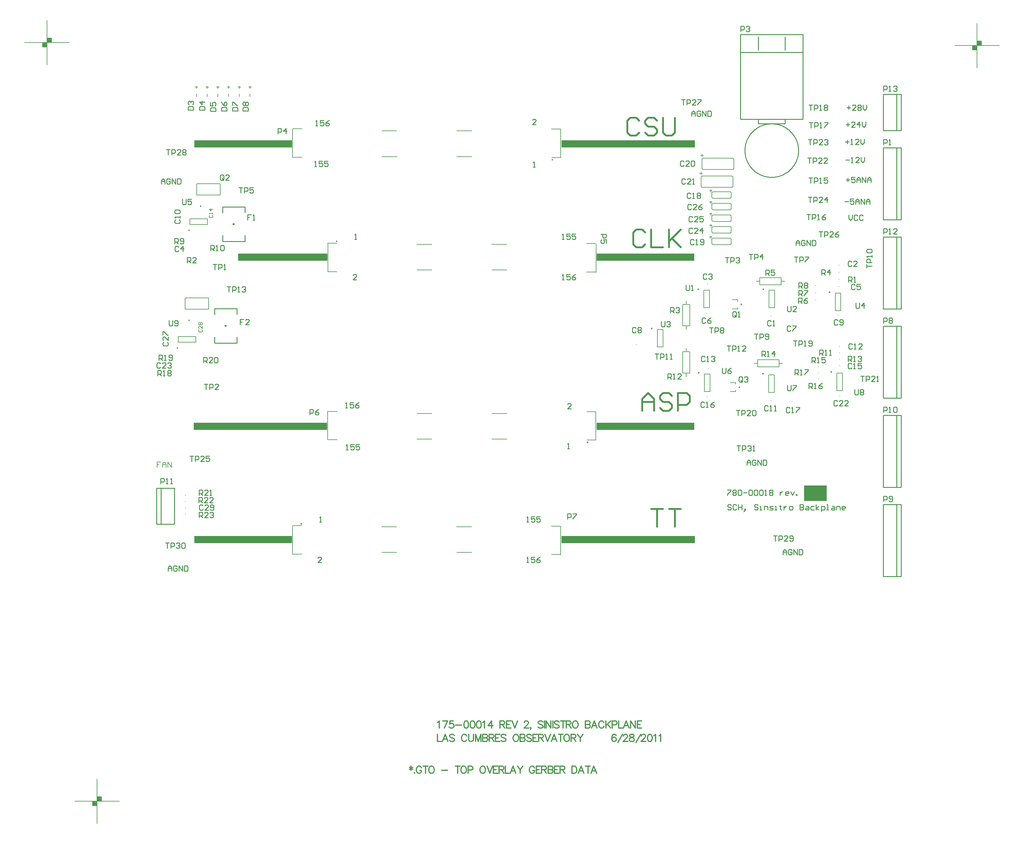
<source format=gto>
%FSLAX23Y23*%
%MOIN*%
G70*
G01*
G75*
G04 Layer_Color=65535*
%ADD10R,0.037X0.035*%
%ADD11R,0.037X0.035*%
%ADD12R,0.043X0.085*%
%ADD13R,0.043X0.085*%
%ADD14R,0.138X0.085*%
%ADD15R,0.135X0.070*%
%ADD16R,0.100X0.100*%
%ADD17R,0.078X0.048*%
%ADD18R,0.050X0.050*%
%ADD19R,0.050X0.050*%
%ADD20R,0.209X0.079*%
%ADD21O,0.098X0.028*%
%ADD22R,0.016X0.085*%
%ADD23R,0.709X0.020*%
%ADD24O,0.028X0.098*%
%ADD25R,0.070X0.135*%
%ADD26C,0.010*%
%ADD27C,0.030*%
%ADD28C,0.050*%
%ADD29C,0.012*%
%ADD30C,0.008*%
%ADD31C,0.012*%
%ADD32C,0.012*%
%ADD33C,0.020*%
%ADD34C,0.050*%
G04:AMPARAMS|DCode=35|XSize=90mil|YSize=110mil|CornerRadius=0mil|HoleSize=0mil|Usage=FLASHONLY|Rotation=162.000|XOffset=0mil|YOffset=0mil|HoleType=Round|Shape=Round|*
%AMOVALD35*
21,1,0.020,0.090,0.000,0.000,252.0*
1,1,0.090,0.003,0.010*
1,1,0.090,-0.003,-0.010*
%
%ADD35OVALD35*%

G04:AMPARAMS|DCode=36|XSize=90mil|YSize=110mil|CornerRadius=0mil|HoleSize=0mil|Usage=FLASHONLY|Rotation=144.000|XOffset=0mil|YOffset=0mil|HoleType=Round|Shape=Round|*
%AMOVALD36*
21,1,0.020,0.090,0.000,0.000,234.0*
1,1,0.090,0.006,0.008*
1,1,0.090,-0.006,-0.008*
%
%ADD36OVALD36*%

G04:AMPARAMS|DCode=37|XSize=90mil|YSize=110mil|CornerRadius=0mil|HoleSize=0mil|Usage=FLASHONLY|Rotation=126.000|XOffset=0mil|YOffset=0mil|HoleType=Round|Shape=Round|*
%AMOVALD37*
21,1,0.020,0.090,0.000,0.000,216.0*
1,1,0.090,0.008,0.006*
1,1,0.090,-0.008,-0.006*
%
%ADD37OVALD37*%

G04:AMPARAMS|DCode=38|XSize=90mil|YSize=110mil|CornerRadius=0mil|HoleSize=0mil|Usage=FLASHONLY|Rotation=108.000|XOffset=0mil|YOffset=0mil|HoleType=Round|Shape=Round|*
%AMOVALD38*
21,1,0.020,0.090,0.000,0.000,198.0*
1,1,0.090,0.010,0.003*
1,1,0.090,-0.010,-0.003*
%
%ADD38OVALD38*%

%ADD39O,0.110X0.090*%
G04:AMPARAMS|DCode=40|XSize=90mil|YSize=110mil|CornerRadius=0mil|HoleSize=0mil|Usage=FLASHONLY|Rotation=72.000|XOffset=0mil|YOffset=0mil|HoleType=Round|Shape=Round|*
%AMOVALD40*
21,1,0.020,0.090,0.000,0.000,162.0*
1,1,0.090,0.010,-0.003*
1,1,0.090,-0.010,0.003*
%
%ADD40OVALD40*%

G04:AMPARAMS|DCode=41|XSize=90mil|YSize=110mil|CornerRadius=0mil|HoleSize=0mil|Usage=FLASHONLY|Rotation=54.000|XOffset=0mil|YOffset=0mil|HoleType=Round|Shape=Round|*
%AMOVALD41*
21,1,0.020,0.090,0.000,0.000,144.0*
1,1,0.090,0.008,-0.006*
1,1,0.090,-0.008,0.006*
%
%ADD41OVALD41*%

G04:AMPARAMS|DCode=42|XSize=90mil|YSize=110mil|CornerRadius=0mil|HoleSize=0mil|Usage=FLASHONLY|Rotation=36.000|XOffset=0mil|YOffset=0mil|HoleType=Round|Shape=Round|*
%AMOVALD42*
21,1,0.020,0.090,0.000,0.000,126.0*
1,1,0.090,0.006,-0.008*
1,1,0.090,-0.006,0.008*
%
%ADD42OVALD42*%

G04:AMPARAMS|DCode=43|XSize=90mil|YSize=110mil|CornerRadius=0mil|HoleSize=0mil|Usage=FLASHONLY|Rotation=18.000|XOffset=0mil|YOffset=0mil|HoleType=Round|Shape=Round|*
%AMOVALD43*
21,1,0.020,0.090,0.000,0.000,108.0*
1,1,0.090,0.003,-0.010*
1,1,0.090,-0.003,0.010*
%
%ADD43OVALD43*%

%ADD44O,0.090X0.110*%
G04:AMPARAMS|DCode=45|XSize=90mil|YSize=110mil|CornerRadius=0mil|HoleSize=0mil|Usage=FLASHONLY|Rotation=152.304|XOffset=0mil|YOffset=0mil|HoleType=Round|Shape=Round|*
%AMOVALD45*
21,1,0.020,0.090,0.000,0.000,242.3*
1,1,0.090,0.005,0.009*
1,1,0.090,-0.005,-0.009*
%
%ADD45OVALD45*%

G04:AMPARAMS|DCode=46|XSize=90mil|YSize=110mil|CornerRadius=0mil|HoleSize=0mil|Usage=FLASHONLY|Rotation=124.612|XOffset=0mil|YOffset=0mil|HoleType=Round|Shape=Round|*
%AMOVALD46*
21,1,0.020,0.090,0.000,0.000,214.6*
1,1,0.090,0.008,0.006*
1,1,0.090,-0.008,-0.006*
%
%ADD46OVALD46*%

G04:AMPARAMS|DCode=47|XSize=90mil|YSize=110mil|CornerRadius=0mil|HoleSize=0mil|Usage=FLASHONLY|Rotation=96.920|XOffset=0mil|YOffset=0mil|HoleType=Round|Shape=Round|*
%AMOVALD47*
21,1,0.020,0.090,0.000,0.000,186.9*
1,1,0.090,0.010,0.001*
1,1,0.090,-0.010,-0.001*
%
%ADD47OVALD47*%

G04:AMPARAMS|DCode=48|XSize=90mil|YSize=110mil|CornerRadius=0mil|HoleSize=0mil|Usage=FLASHONLY|Rotation=69.228|XOffset=0mil|YOffset=0mil|HoleType=Round|Shape=Round|*
%AMOVALD48*
21,1,0.020,0.090,0.000,0.000,159.2*
1,1,0.090,0.009,-0.004*
1,1,0.090,-0.009,0.004*
%
%ADD48OVALD48*%

G04:AMPARAMS|DCode=49|XSize=90mil|YSize=110mil|CornerRadius=0mil|HoleSize=0mil|Usage=FLASHONLY|Rotation=41.536|XOffset=0mil|YOffset=0mil|HoleType=Round|Shape=Round|*
%AMOVALD49*
21,1,0.020,0.090,0.000,0.000,131.5*
1,1,0.090,0.007,-0.007*
1,1,0.090,-0.007,0.007*
%
%ADD49OVALD49*%

G04:AMPARAMS|DCode=50|XSize=90mil|YSize=110mil|CornerRadius=0mil|HoleSize=0mil|Usage=FLASHONLY|Rotation=13.844|XOffset=0mil|YOffset=0mil|HoleType=Round|Shape=Round|*
%AMOVALD50*
21,1,0.020,0.090,0.000,0.000,103.8*
1,1,0.090,0.002,-0.010*
1,1,0.090,-0.002,0.010*
%
%ADD50OVALD50*%

G04:AMPARAMS|DCode=51|XSize=90mil|YSize=110mil|CornerRadius=0mil|HoleSize=0mil|Usage=FLASHONLY|Rotation=346.152|XOffset=0mil|YOffset=0mil|HoleType=Round|Shape=Round|*
%AMOVALD51*
21,1,0.020,0.090,0.000,0.000,76.2*
1,1,0.090,-0.002,-0.010*
1,1,0.090,0.002,0.010*
%
%ADD51OVALD51*%

G04:AMPARAMS|DCode=52|XSize=90mil|YSize=110mil|CornerRadius=0mil|HoleSize=0mil|Usage=FLASHONLY|Rotation=318.460|XOffset=0mil|YOffset=0mil|HoleType=Round|Shape=Round|*
%AMOVALD52*
21,1,0.020,0.090,0.000,0.000,48.5*
1,1,0.090,-0.007,-0.007*
1,1,0.090,0.007,0.007*
%
%ADD52OVALD52*%

G04:AMPARAMS|DCode=53|XSize=90mil|YSize=110mil|CornerRadius=0mil|HoleSize=0mil|Usage=FLASHONLY|Rotation=290.768|XOffset=0mil|YOffset=0mil|HoleType=Round|Shape=Round|*
%AMOVALD53*
21,1,0.020,0.090,0.000,0.000,20.8*
1,1,0.090,-0.009,-0.004*
1,1,0.090,0.009,0.004*
%
%ADD53OVALD53*%

G04:AMPARAMS|DCode=54|XSize=90mil|YSize=110mil|CornerRadius=0mil|HoleSize=0mil|Usage=FLASHONLY|Rotation=263.076|XOffset=0mil|YOffset=0mil|HoleType=Round|Shape=Round|*
%AMOVALD54*
21,1,0.020,0.090,0.000,0.000,353.1*
1,1,0.090,-0.010,0.001*
1,1,0.090,0.010,-0.001*
%
%ADD54OVALD54*%

G04:AMPARAMS|DCode=55|XSize=90mil|YSize=110mil|CornerRadius=0mil|HoleSize=0mil|Usage=FLASHONLY|Rotation=235.384|XOffset=0mil|YOffset=0mil|HoleType=Round|Shape=Round|*
%AMOVALD55*
21,1,0.020,0.090,0.000,0.000,325.4*
1,1,0.090,-0.008,0.006*
1,1,0.090,0.008,-0.006*
%
%ADD55OVALD55*%

G04:AMPARAMS|DCode=56|XSize=90mil|YSize=110mil|CornerRadius=0mil|HoleSize=0mil|Usage=FLASHONLY|Rotation=207.692|XOffset=0mil|YOffset=0mil|HoleType=Round|Shape=Round|*
%AMOVALD56*
21,1,0.020,0.090,0.000,0.000,297.7*
1,1,0.090,-0.005,0.009*
1,1,0.090,0.005,-0.009*
%
%ADD56OVALD56*%

G04:AMPARAMS|DCode=57|XSize=90mil|YSize=110mil|CornerRadius=0mil|HoleSize=0mil|Usage=FLASHONLY|Rotation=128.568|XOffset=0mil|YOffset=0mil|HoleType=Round|Shape=Round|*
%AMOVALD57*
21,1,0.020,0.090,0.000,0.000,218.6*
1,1,0.090,0.008,0.006*
1,1,0.090,-0.008,-0.006*
%
%ADD57OVALD57*%

G04:AMPARAMS|DCode=58|XSize=90mil|YSize=110mil|CornerRadius=0mil|HoleSize=0mil|Usage=FLASHONLY|Rotation=77.140|XOffset=0mil|YOffset=0mil|HoleType=Round|Shape=Round|*
%AMOVALD58*
21,1,0.020,0.090,0.000,0.000,167.1*
1,1,0.090,0.010,-0.002*
1,1,0.090,-0.010,0.002*
%
%ADD58OVALD58*%

G04:AMPARAMS|DCode=59|XSize=90mil|YSize=110mil|CornerRadius=0mil|HoleSize=0mil|Usage=FLASHONLY|Rotation=25.712|XOffset=0mil|YOffset=0mil|HoleType=Round|Shape=Round|*
%AMOVALD59*
21,1,0.020,0.090,0.000,0.000,115.7*
1,1,0.090,0.004,-0.009*
1,1,0.090,-0.004,0.009*
%
%ADD59OVALD59*%

G04:AMPARAMS|DCode=60|XSize=90mil|YSize=110mil|CornerRadius=0mil|HoleSize=0mil|Usage=FLASHONLY|Rotation=334.284|XOffset=0mil|YOffset=0mil|HoleType=Round|Shape=Round|*
%AMOVALD60*
21,1,0.020,0.090,0.000,0.000,64.3*
1,1,0.090,-0.004,-0.009*
1,1,0.090,0.004,0.009*
%
%ADD60OVALD60*%

G04:AMPARAMS|DCode=61|XSize=90mil|YSize=110mil|CornerRadius=0mil|HoleSize=0mil|Usage=FLASHONLY|Rotation=282.856|XOffset=0mil|YOffset=0mil|HoleType=Round|Shape=Round|*
%AMOVALD61*
21,1,0.020,0.090,0.000,0.000,12.9*
1,1,0.090,-0.010,-0.002*
1,1,0.090,0.010,0.002*
%
%ADD61OVALD61*%

G04:AMPARAMS|DCode=62|XSize=90mil|YSize=110mil|CornerRadius=0mil|HoleSize=0mil|Usage=FLASHONLY|Rotation=231.428|XOffset=0mil|YOffset=0mil|HoleType=Round|Shape=Round|*
%AMOVALD62*
21,1,0.020,0.090,0.000,0.000,321.4*
1,1,0.090,-0.008,0.006*
1,1,0.090,0.008,-0.006*
%
%ADD62OVALD62*%

%ADD63R,0.059X0.059*%
%ADD64C,0.059*%
%ADD65C,0.055*%
%ADD66C,0.236*%
%ADD67C,0.024*%
%ADD68C,0.040*%
%ADD69C,0.065*%
%ADD70C,0.110*%
G04:AMPARAMS|DCode=71|XSize=130mil|YSize=130mil|CornerRadius=0mil|HoleSize=0mil|Usage=FLASHONLY|Rotation=0.000|XOffset=0mil|YOffset=0mil|HoleType=Round|Shape=Relief|Width=10mil|Gap=10mil|Entries=4|*
%AMTHD71*
7,0,0,0.130,0.110,0.010,45*
%
%ADD71THD71*%
%ADD72C,0.079*%
G04:AMPARAMS|DCode=73|XSize=99.37mil|YSize=99.37mil|CornerRadius=0mil|HoleSize=0mil|Usage=FLASHONLY|Rotation=0.000|XOffset=0mil|YOffset=0mil|HoleType=Round|Shape=Relief|Width=10mil|Gap=10mil|Entries=4|*
%AMTHD73*
7,0,0,0.099,0.079,0.010,45*
%
%ADD73THD73*%
G04:AMPARAMS|DCode=74|XSize=95.433mil|YSize=95.433mil|CornerRadius=0mil|HoleSize=0mil|Usage=FLASHONLY|Rotation=0.000|XOffset=0mil|YOffset=0mil|HoleType=Round|Shape=Relief|Width=10mil|Gap=10mil|Entries=4|*
%AMTHD74*
7,0,0,0.095,0.075,0.010,45*
%
%ADD74THD74*%
%ADD75C,0.075*%
%ADD76C,0.073*%
G04:AMPARAMS|DCode=77|XSize=93.465mil|YSize=93.465mil|CornerRadius=0mil|HoleSize=0mil|Usage=FLASHONLY|Rotation=0.000|XOffset=0mil|YOffset=0mil|HoleType=Round|Shape=Relief|Width=10mil|Gap=10mil|Entries=4|*
%AMTHD77*
7,0,0,0.093,0.073,0.010,45*
%
%ADD77THD77*%
G04:AMPARAMS|DCode=78|XSize=85mil|YSize=85mil|CornerRadius=0mil|HoleSize=0mil|Usage=FLASHONLY|Rotation=0.000|XOffset=0mil|YOffset=0mil|HoleType=Round|Shape=Relief|Width=10mil|Gap=10mil|Entries=4|*
%AMTHD78*
7,0,0,0.085,0.065,0.010,45*
%
%ADD78THD78*%
%ADD79C,0.174*%
G04:AMPARAMS|DCode=80|XSize=70mil|YSize=70mil|CornerRadius=0mil|HoleSize=0mil|Usage=FLASHONLY|Rotation=0.000|XOffset=0mil|YOffset=0mil|HoleType=Round|Shape=Relief|Width=10mil|Gap=10mil|Entries=4|*
%AMTHD80*
7,0,0,0.070,0.050,0.010,45*
%
%ADD80THD80*%
%ADD81C,0.010*%
%ADD82C,0.010*%
%ADD83C,0.020*%
%ADD84C,0.008*%
%ADD85C,0.007*%
%ADD86C,0.006*%
%ADD87C,0.020*%
%ADD88R,1.096X0.079*%
%ADD89R,1.496X0.079*%
%ADD90R,1.000X0.079*%
%ADD91R,0.257X0.178*%
D26*
X36356Y26368D02*
X36356Y26378D01*
X36355Y26388D01*
X36354Y26398D01*
X36353Y26408D01*
X36352Y26418D01*
X36350Y26428D01*
X36348Y26437D01*
X36345Y26447D01*
X36342Y26457D01*
X36339Y26466D01*
X36336Y26476D01*
X36332Y26485D01*
X36328Y26494D01*
X36324Y26503D01*
X36319Y26512D01*
X36314Y26521D01*
X36309Y26529D01*
X36303Y26538D01*
X36297Y26546D01*
X36291Y26554D01*
X36285Y26562D01*
X36278Y26569D01*
X36271Y26576D01*
X36264Y26583D01*
X36257Y26590D01*
X36249Y26597D01*
X36242Y26603D01*
X36234Y26609D01*
X36226Y26615D01*
X36217Y26621D01*
X36209Y26626D01*
X36200Y26631D01*
X36191Y26636D01*
X36182Y26640D01*
X36173Y26644D01*
X36164Y26648D01*
X36154Y26651D01*
X36145Y26654D01*
X36135Y26657D01*
X36125Y26660D01*
X36116Y26662D01*
X36106Y26664D01*
X36096Y26665D01*
X36086Y26666D01*
X36076Y26667D01*
X36066Y26668D01*
X36056Y26668D01*
X36046Y26668D01*
X36036Y26667D01*
X36026Y26666D01*
X36016Y26665D01*
X36006Y26664D01*
X35996Y26662D01*
X35986Y26660D01*
X35977Y26657D01*
X35967Y26654D01*
X35957Y26651D01*
X35948Y26648D01*
X35939Y26644D01*
X35930Y26640D01*
X35920Y26636D01*
X35912Y26631D01*
X35903Y26626D01*
X35894Y26621D01*
X35886Y26615D01*
X35878Y26609D01*
X35870Y26603D01*
X35862Y26597D01*
X35855Y26590D01*
X35847Y26583D01*
X35840Y26576D01*
X35833Y26569D01*
X35827Y26562D01*
X35820Y26554D01*
X35814Y26546D01*
X35808Y26538D01*
X35803Y26529D01*
X35798Y26521D01*
X35793Y26512D01*
X35788Y26503D01*
X35784Y26494D01*
X35780Y26485D01*
X35776Y26476D01*
X35772Y26466D01*
X35769Y26457D01*
X35766Y26447D01*
X35764Y26437D01*
X35762Y26428D01*
X35760Y26418D01*
X35758Y26408D01*
X35757Y26398D01*
X35756Y26388D01*
X35756Y26378D01*
X35756Y26368D01*
X35756Y26358D01*
X35756Y26348D01*
X35757Y26338D01*
X35758Y26328D01*
X35760Y26318D01*
X35762Y26308D01*
X35764Y26298D01*
X35766Y26289D01*
X35769Y26279D01*
X35772Y26269D01*
X35776Y26260D01*
X35780Y26251D01*
X35784Y26242D01*
X35788Y26233D01*
X35793Y26224D01*
X35798Y26215D01*
X35803Y26206D01*
X35808Y26198D01*
X35814Y26190D01*
X35820Y26182D01*
X35827Y26174D01*
X35833Y26167D01*
X35840Y26159D01*
X35847Y26152D01*
X35855Y26145D01*
X35862Y26139D01*
X35870Y26132D01*
X35878Y26126D01*
X35886Y26121D01*
X35894Y26115D01*
X35903Y26110D01*
X35912Y26105D01*
X35920Y26100D01*
X35930Y26096D01*
X35939Y26092D01*
X35948Y26088D01*
X35957Y26084D01*
X35967Y26081D01*
X35977Y26079D01*
X35986Y26076D01*
X35996Y26074D01*
X36006Y26072D01*
X36016Y26071D01*
X36026Y26069D01*
X36036Y26069D01*
X36046Y26068D01*
X36056Y26068D01*
X36066Y26068D01*
X36076Y26069D01*
X36086Y26069D01*
X36096Y26071D01*
X36106Y26072D01*
X36116Y26074D01*
X36125Y26076D01*
X36135Y26079D01*
X36145Y26081D01*
X36154Y26084D01*
X36164Y26088D01*
X36173Y26092D01*
X36182Y26096D01*
X36191Y26100D01*
X36200Y26105D01*
X36209Y26110D01*
X36217Y26115D01*
X36226Y26121D01*
X36234Y26126D01*
X36242Y26132D01*
X36249Y26139D01*
X36257Y26145D01*
X36264Y26152D01*
X36271Y26159D01*
X36278Y26167D01*
X36285Y26174D01*
X36291Y26182D01*
X36297Y26190D01*
X36303Y26198D01*
X36309Y26206D01*
X36314Y26215D01*
X36319Y26224D01*
X36324Y26233D01*
X36328Y26242D01*
X36332Y26251D01*
X36336Y26260D01*
X36339Y26269D01*
X36342Y26279D01*
X36345Y26289D01*
X36348Y26298D01*
X36350Y26308D01*
X36352Y26318D01*
X36353Y26328D01*
X36354Y26338D01*
X36355Y26348D01*
X36356Y26358D01*
X36356Y26368D01*
X35906Y27493D02*
Y27643D01*
X36206Y27493D02*
Y27643D01*
X35706Y27468D02*
X36406D01*
Y27668D01*
X35906Y26718D02*
X36206D01*
X36406D01*
X36206Y26668D02*
Y26718D01*
X35706D02*
X35906D01*
X36356Y27668D02*
X36406D01*
Y26718D02*
Y27668D01*
X35706Y26718D02*
Y27668D01*
X36356D01*
X35906Y26668D02*
X36206D01*
X35906D02*
Y26718D01*
X37505Y25593D02*
Y26398D01*
X37305Y25593D02*
Y26398D01*
X37505D01*
X37305Y25593D02*
X37505D01*
X37455D02*
Y26398D01*
X29165Y22178D02*
Y22583D01*
X29365Y22178D02*
Y22583D01*
X29165Y22178D02*
X29365D01*
X29165Y22583D02*
X29365D01*
X29215Y22178D02*
Y22583D01*
X37505Y26593D02*
Y26998D01*
X37305Y26593D02*
Y26998D01*
X37505D01*
X37305Y26593D02*
X37505D01*
X37455D02*
Y26998D01*
X37505Y24593D02*
Y25398D01*
X37305Y24593D02*
Y25398D01*
X37505D01*
X37305Y24593D02*
X37505D01*
X37455D02*
Y25398D01*
X37505Y22593D02*
Y23398D01*
X37305Y22593D02*
Y23398D01*
X37505D01*
X37305Y22593D02*
X37505D01*
X37455D02*
Y23398D01*
X37505Y21593D02*
Y22398D01*
X37305Y21593D02*
Y22398D01*
X37505D01*
X37305Y21593D02*
X37505D01*
X37455D02*
Y22398D01*
X37505Y23593D02*
Y24398D01*
X37305Y23593D02*
Y24398D01*
X37505D01*
X37305Y23593D02*
X37505D01*
X37455D02*
Y24398D01*
X35660Y24512D02*
Y24552D01*
X35650Y24562D01*
X35630D01*
X35620Y24552D01*
Y24512D01*
X35630Y24502D01*
X35650D01*
X35640Y24522D02*
X35660Y24502D01*
X35650D02*
X35660Y24512D01*
X35680Y24502D02*
X35700D01*
X35690D01*
Y24562D01*
X35680Y24552D01*
X29919Y26046D02*
Y26086D01*
X29909Y26096D01*
X29889D01*
X29879Y26086D01*
Y26046D01*
X29889Y26036D01*
X29909D01*
X29899Y26056D02*
X29919Y26036D01*
X29909D02*
X29919Y26046D01*
X29979Y26036D02*
X29939D01*
X29979Y26076D01*
Y26086D01*
X29969Y26096D01*
X29949D01*
X29939Y26086D01*
X29801Y25092D02*
X29841D01*
X29821D01*
Y25032D01*
X29861D02*
Y25092D01*
X29891D01*
X29901Y25082D01*
Y25062D01*
X29891Y25052D01*
X29861D01*
X29921Y25032D02*
X29941D01*
X29931D01*
Y25092D01*
X29921Y25082D01*
X35072Y26240D02*
X35062Y26250D01*
X35042D01*
X35032Y26240D01*
Y26200D01*
X35042Y26190D01*
X35062D01*
X35072Y26200D01*
X35132Y26190D02*
X35092D01*
X35132Y26230D01*
Y26240D01*
X35122Y26250D01*
X35102D01*
X35092Y26240D01*
X35152D02*
X35162Y26250D01*
X35182D01*
X35192Y26240D01*
Y26200D01*
X35182Y26190D01*
X35162D01*
X35152Y26200D01*
Y26240D01*
X35151Y25880D02*
X35141Y25890D01*
X35121D01*
X35111Y25880D01*
Y25840D01*
X35121Y25830D01*
X35141D01*
X35151Y25840D01*
X35171Y25830D02*
X35191D01*
X35181D01*
Y25890D01*
X35171Y25880D01*
X35221D02*
X35231Y25890D01*
X35251D01*
X35261Y25880D01*
Y25870D01*
X35251Y25860D01*
X35261Y25850D01*
Y25840D01*
X35251Y25830D01*
X35231D01*
X35221Y25840D01*
Y25850D01*
X35231Y25860D01*
X35221Y25870D01*
Y25880D01*
X35231Y25860D02*
X35251D01*
X29519Y26823D02*
X29579D01*
Y26853D01*
X29569Y26863D01*
X29529D01*
X29519Y26853D01*
Y26823D01*
X29529Y26883D02*
X29519Y26893D01*
Y26913D01*
X29529Y26923D01*
X29539D01*
X29549Y26913D01*
Y26903D01*
Y26913D01*
X29559Y26923D01*
X29569D01*
X29579Y26913D01*
Y26893D01*
X29569Y26883D01*
X29642Y22250D02*
Y22310D01*
X29672D01*
X29682Y22300D01*
Y22280D01*
X29672Y22270D01*
X29642D01*
X29662D02*
X29682Y22250D01*
X29742D02*
X29702D01*
X29742Y22290D01*
Y22300D01*
X29732Y22310D01*
X29712D01*
X29702Y22300D01*
X29762D02*
X29772Y22310D01*
X29792D01*
X29802Y22300D01*
Y22290D01*
X29792Y22280D01*
X29782D01*
X29792D01*
X29802Y22270D01*
Y22260D01*
X29792Y22250D01*
X29772D01*
X29762Y22260D01*
X30227Y25649D02*
X30187D01*
Y25619D01*
X30207D01*
X30187D01*
Y25589D01*
X30247D02*
X30267D01*
X30257D01*
Y25649D01*
X30247Y25639D01*
X37001Y24657D02*
Y24607D01*
X37011Y24597D01*
X37031D01*
X37041Y24607D01*
Y24657D01*
X37091Y24597D02*
Y24657D01*
X37061Y24627D01*
X37101D01*
X30527Y26554D02*
Y26614D01*
X30557D01*
X30567Y26604D01*
Y26584D01*
X30557Y26574D01*
X30527D01*
X30617Y26554D02*
Y26614D01*
X30587Y26584D01*
X30627D01*
X33387Y26181D02*
X33407D01*
X33397D01*
Y26241D01*
X33387Y26231D01*
X33417Y26659D02*
X33377D01*
X33417Y26699D01*
Y26709D01*
X33407Y26719D01*
X33387D01*
X33377Y26709D01*
X30950Y26644D02*
X30970D01*
X30960D01*
Y26704D01*
X30950Y26694D01*
X31040Y26704D02*
X31000D01*
Y26674D01*
X31020Y26684D01*
X31030D01*
X31040Y26674D01*
Y26654D01*
X31030Y26644D01*
X31010D01*
X31000Y26654D01*
X31100Y26704D02*
X31080Y26694D01*
X31060Y26674D01*
Y26654D01*
X31070Y26644D01*
X31090D01*
X31100Y26654D01*
Y26664D01*
X31090Y26674D01*
X31060D01*
X30936Y26187D02*
X30956D01*
X30946D01*
Y26247D01*
X30936Y26237D01*
X31026Y26247D02*
X30986D01*
Y26217D01*
X31006Y26227D01*
X31016D01*
X31026Y26217D01*
Y26197D01*
X31016Y26187D01*
X30996D01*
X30986Y26197D01*
X31086Y26247D02*
X31046D01*
Y26217D01*
X31066Y26227D01*
X31076D01*
X31086Y26217D01*
Y26197D01*
X31076Y26187D01*
X31056D01*
X31046Y26197D01*
X35095Y24858D02*
Y24808D01*
X35105Y24798D01*
X35125D01*
X35135Y24808D01*
Y24858D01*
X35155Y24798D02*
X35175D01*
X35165D01*
Y24858D01*
X35155Y24848D01*
X35710Y27702D02*
Y27762D01*
X35740D01*
X35750Y27752D01*
Y27732D01*
X35740Y27722D01*
X35710D01*
X35770Y27752D02*
X35780Y27762D01*
X35800D01*
X35810Y27752D01*
Y27742D01*
X35800Y27732D01*
X35790D01*
X35800D01*
X35810Y27722D01*
Y27712D01*
X35800Y27702D01*
X35780D01*
X35770Y27712D01*
X37310Y26432D02*
Y26492D01*
X37340D01*
X37350Y26482D01*
Y26462D01*
X37340Y26452D01*
X37310D01*
X37370Y26432D02*
X37390D01*
X37380D01*
Y26492D01*
X37370Y26482D01*
X29214Y22630D02*
Y22690D01*
X29244D01*
X29254Y22680D01*
Y22660D01*
X29244Y22650D01*
X29214D01*
X29274Y22630D02*
X29294D01*
X29284D01*
Y22690D01*
X29274Y22680D01*
X29324Y22630D02*
X29344D01*
X29334D01*
Y22690D01*
X29324Y22680D01*
X34922Y24549D02*
Y24609D01*
X34952D01*
X34962Y24599D01*
Y24579D01*
X34952Y24569D01*
X34922D01*
X34942D02*
X34962Y24549D01*
X34982Y24599D02*
X34992Y24609D01*
X35012D01*
X35022Y24599D01*
Y24589D01*
X35012Y24579D01*
X35002D01*
X35012D01*
X35022Y24569D01*
Y24559D01*
X35012Y24549D01*
X34992D01*
X34982Y24559D01*
X29305Y24460D02*
Y24410D01*
X29315Y24400D01*
X29335D01*
X29345Y24410D01*
Y24460D01*
X29365Y24410D02*
X29375Y24400D01*
X29395D01*
X29405Y24410D01*
Y24450D01*
X29395Y24460D01*
X29375D01*
X29365Y24450D01*
Y24440D01*
X29375Y24430D01*
X29405D01*
X29457Y25822D02*
Y25772D01*
X29467Y25762D01*
X29487D01*
X29497Y25772D01*
Y25822D01*
X29557D02*
X29517D01*
Y25792D01*
X29537Y25802D01*
X29547D01*
X29557Y25792D01*
Y25772D01*
X29547Y25762D01*
X29527D01*
X29517Y25772D01*
X29693Y23987D02*
Y24047D01*
X29723D01*
X29733Y24037D01*
Y24017D01*
X29723Y24007D01*
X29693D01*
X29713D02*
X29733Y23987D01*
X29793D02*
X29753D01*
X29793Y24027D01*
Y24037D01*
X29783Y24047D01*
X29763D01*
X29753Y24037D01*
X29813D02*
X29823Y24047D01*
X29843D01*
X29853Y24037D01*
Y23997D01*
X29843Y23987D01*
X29823D01*
X29813Y23997D01*
Y24037D01*
X29194Y24015D02*
Y24075D01*
X29224D01*
X29234Y24065D01*
Y24045D01*
X29224Y24035D01*
X29194D01*
X29214D02*
X29234Y24015D01*
X29254D02*
X29274D01*
X29264D01*
Y24075D01*
X29254Y24065D01*
X29304Y24025D02*
X29314Y24015D01*
X29334D01*
X29344Y24025D01*
Y24065D01*
X29334Y24075D01*
X29314D01*
X29304Y24065D01*
Y24055D01*
X29314Y24045D01*
X29344D01*
X29180Y23843D02*
Y23903D01*
X29210D01*
X29220Y23893D01*
Y23873D01*
X29210Y23863D01*
X29180D01*
X29200D02*
X29220Y23843D01*
X29240D02*
X29260D01*
X29250D01*
Y23903D01*
X29240Y23893D01*
X29290D02*
X29300Y23903D01*
X29320D01*
X29330Y23893D01*
Y23883D01*
X29320Y23873D01*
X29330Y23863D01*
Y23853D01*
X29320Y23843D01*
X29300D01*
X29290Y23853D01*
Y23863D01*
X29300Y23873D01*
X29290Y23883D01*
Y23893D01*
X29300Y23873D02*
X29320D01*
X29773Y25246D02*
Y25306D01*
X29803D01*
X29813Y25296D01*
Y25276D01*
X29803Y25266D01*
X29773D01*
X29793D02*
X29813Y25246D01*
X29833D02*
X29853D01*
X29843D01*
Y25306D01*
X29833Y25296D01*
X29883D02*
X29893Y25306D01*
X29913D01*
X29923Y25296D01*
Y25256D01*
X29913Y25246D01*
X29893D01*
X29883Y25256D01*
Y25296D01*
X29368Y25323D02*
Y25383D01*
X29398D01*
X29408Y25373D01*
Y25353D01*
X29398Y25343D01*
X29368D01*
X29388D02*
X29408Y25323D01*
X29428Y25333D02*
X29438Y25323D01*
X29458D01*
X29468Y25333D01*
Y25373D01*
X29458Y25383D01*
X29438D01*
X29428Y25373D01*
Y25363D01*
X29438Y25353D01*
X29468D01*
X29509Y25107D02*
Y25167D01*
X29539D01*
X29549Y25157D01*
Y25137D01*
X29539Y25127D01*
X29509D01*
X29529D02*
X29549Y25107D01*
X29609D02*
X29569D01*
X29609Y25147D01*
Y25157D01*
X29599Y25167D01*
X29579D01*
X29569Y25157D01*
X30143Y24474D02*
X30103D01*
Y24444D01*
X30123D01*
X30103D01*
Y24414D01*
X30203D02*
X30163D01*
X30203Y24454D01*
Y24464D01*
X30193Y24474D01*
X30173D01*
X30163Y24464D01*
X29245Y24217D02*
X29235Y24207D01*
Y24187D01*
X29245Y24177D01*
X29285D01*
X29295Y24187D01*
Y24207D01*
X29285Y24217D01*
X29295Y24277D02*
Y24237D01*
X29255Y24277D01*
X29245D01*
X29235Y24267D01*
Y24247D01*
X29245Y24237D01*
X29235Y24297D02*
Y24337D01*
X29245D01*
X29285Y24297D01*
X29295D01*
X29210Y23978D02*
X29200Y23988D01*
X29180D01*
X29170Y23978D01*
Y23938D01*
X29180Y23928D01*
X29200D01*
X29210Y23938D01*
X29270Y23928D02*
X29230D01*
X29270Y23968D01*
Y23978D01*
X29260Y23988D01*
X29240D01*
X29230Y23978D01*
X29290D02*
X29300Y23988D01*
X29320D01*
X29330Y23978D01*
Y23968D01*
X29320Y23958D01*
X29310D01*
X29320D01*
X29330Y23948D01*
Y23938D01*
X29320Y23928D01*
X29300D01*
X29290Y23938D01*
X29379Y25591D02*
X29369Y25581D01*
Y25561D01*
X29379Y25551D01*
X29419D01*
X29429Y25561D01*
Y25581D01*
X29419Y25591D01*
X29429Y25611D02*
Y25631D01*
Y25621D01*
X29369D01*
X29379Y25611D01*
Y25661D02*
X29369Y25671D01*
Y25691D01*
X29379Y25701D01*
X29419D01*
X29429Y25691D01*
Y25671D01*
X29419Y25661D01*
X29379D01*
X29413Y25284D02*
X29403Y25294D01*
X29383D01*
X29373Y25284D01*
Y25244D01*
X29383Y25234D01*
X29403D01*
X29413Y25244D01*
X29463Y25234D02*
Y25294D01*
X29433Y25264D01*
X29473D01*
X35666Y23059D02*
X35706D01*
X35686D01*
Y22999D01*
X35726D02*
Y23059D01*
X35756D01*
X35766Y23049D01*
Y23029D01*
X35756Y23019D01*
X35726D01*
X35786Y23049D02*
X35796Y23059D01*
X35816D01*
X35826Y23049D01*
Y23039D01*
X35816Y23029D01*
X35806D01*
X35816D01*
X35826Y23019D01*
Y23009D01*
X35816Y22999D01*
X35796D01*
X35786Y23009D01*
X35846Y22999D02*
X35866D01*
X35856D01*
Y23059D01*
X35846Y23049D01*
X29266Y21969D02*
X29306D01*
X29286D01*
Y21909D01*
X29326D02*
Y21969D01*
X29356D01*
X29366Y21959D01*
Y21939D01*
X29356Y21929D01*
X29326D01*
X29386Y21959D02*
X29396Y21969D01*
X29416D01*
X29426Y21959D01*
Y21949D01*
X29416Y21939D01*
X29406D01*
X29416D01*
X29426Y21929D01*
Y21919D01*
X29416Y21909D01*
X29396D01*
X29386Y21919D01*
X29446Y21959D02*
X29456Y21969D01*
X29476D01*
X29486Y21959D01*
Y21919D01*
X29476Y21909D01*
X29456D01*
X29446Y21919D01*
Y21959D01*
X36076Y22049D02*
X36116D01*
X36096D01*
Y21989D01*
X36136D02*
Y22049D01*
X36166D01*
X36176Y22039D01*
Y22019D01*
X36166Y22009D01*
X36136D01*
X36236Y21989D02*
X36196D01*
X36236Y22029D01*
Y22039D01*
X36226Y22049D01*
X36206D01*
X36196Y22039D01*
X36256Y21999D02*
X36266Y21989D01*
X36286D01*
X36296Y21999D01*
Y22039D01*
X36286Y22049D01*
X36266D01*
X36256Y22039D01*
Y22029D01*
X36266Y22019D01*
X36296D01*
X29276Y26379D02*
X29316D01*
X29296D01*
Y26319D01*
X29336D02*
Y26379D01*
X29366D01*
X29376Y26369D01*
Y26349D01*
X29366Y26339D01*
X29336D01*
X29436Y26319D02*
X29396D01*
X29436Y26359D01*
Y26369D01*
X29426Y26379D01*
X29406D01*
X29396Y26369D01*
X29456D02*
X29466Y26379D01*
X29486D01*
X29496Y26369D01*
Y26359D01*
X29486Y26349D01*
X29496Y26339D01*
Y26329D01*
X29486Y26319D01*
X29466D01*
X29456Y26329D01*
Y26339D01*
X29466Y26349D01*
X29456Y26359D01*
Y26369D01*
X29466Y26349D02*
X29486D01*
X35046Y26939D02*
X35086D01*
X35066D01*
Y26879D01*
X35106D02*
Y26939D01*
X35136D01*
X35146Y26929D01*
Y26909D01*
X35136Y26899D01*
X35106D01*
X35206Y26879D02*
X35166D01*
X35206Y26919D01*
Y26929D01*
X35196Y26939D01*
X35176D01*
X35166Y26929D01*
X35226Y26939D02*
X35266D01*
Y26929D01*
X35226Y26889D01*
Y26879D01*
X36586Y25459D02*
X36626D01*
X36606D01*
Y25399D01*
X36646D02*
Y25459D01*
X36676D01*
X36686Y25449D01*
Y25429D01*
X36676Y25419D01*
X36646D01*
X36746Y25399D02*
X36706D01*
X36746Y25439D01*
Y25449D01*
X36736Y25459D01*
X36716D01*
X36706Y25449D01*
X36806Y25459D02*
X36786Y25449D01*
X36766Y25429D01*
Y25409D01*
X36776Y25399D01*
X36796D01*
X36806Y25409D01*
Y25419D01*
X36796Y25429D01*
X36766D01*
X29539Y22942D02*
X29579D01*
X29559D01*
Y22882D01*
X29599D02*
Y22942D01*
X29629D01*
X29639Y22932D01*
Y22912D01*
X29629Y22902D01*
X29599D01*
X29699Y22882D02*
X29659D01*
X29699Y22922D01*
Y22932D01*
X29689Y22942D01*
X29669D01*
X29659Y22932D01*
X29759Y22942D02*
X29719D01*
Y22912D01*
X29739Y22922D01*
X29749D01*
X29759Y22912D01*
Y22892D01*
X29749Y22882D01*
X29729D01*
X29719Y22892D01*
X36467Y25845D02*
X36507D01*
X36487D01*
Y25785D01*
X36527D02*
Y25845D01*
X36557D01*
X36567Y25835D01*
Y25815D01*
X36557Y25805D01*
X36527D01*
X36627Y25785D02*
X36587D01*
X36627Y25825D01*
Y25835D01*
X36617Y25845D01*
X36597D01*
X36587Y25835D01*
X36677Y25785D02*
Y25845D01*
X36647Y25815D01*
X36687D01*
X36466Y26490D02*
X36506D01*
X36486D01*
Y26430D01*
X36526D02*
Y26490D01*
X36556D01*
X36566Y26480D01*
Y26460D01*
X36556Y26450D01*
X36526D01*
X36626Y26430D02*
X36586D01*
X36626Y26470D01*
Y26480D01*
X36616Y26490D01*
X36596D01*
X36586Y26480D01*
X36646D02*
X36656Y26490D01*
X36676D01*
X36686Y26480D01*
Y26470D01*
X36676Y26460D01*
X36666D01*
X36676D01*
X36686Y26450D01*
Y26440D01*
X36676Y26430D01*
X36656D01*
X36646Y26440D01*
X36459Y26286D02*
X36499D01*
X36479D01*
Y26226D01*
X36519D02*
Y26286D01*
X36549D01*
X36559Y26276D01*
Y26256D01*
X36549Y26246D01*
X36519D01*
X36619Y26226D02*
X36579D01*
X36619Y26266D01*
Y26276D01*
X36609Y26286D01*
X36589D01*
X36579Y26276D01*
X36679Y26226D02*
X36639D01*
X36679Y26266D01*
Y26276D01*
X36669Y26286D01*
X36649D01*
X36639Y26276D01*
X37052Y23838D02*
X37092D01*
X37072D01*
Y23778D01*
X37112D02*
Y23838D01*
X37142D01*
X37152Y23828D01*
Y23808D01*
X37142Y23798D01*
X37112D01*
X37212Y23778D02*
X37172D01*
X37212Y23818D01*
Y23828D01*
X37202Y23838D01*
X37182D01*
X37172Y23828D01*
X37232Y23778D02*
X37252D01*
X37242D01*
Y23838D01*
X37232Y23828D01*
X35660Y23455D02*
X35700D01*
X35680D01*
Y23395D01*
X35720D02*
Y23455D01*
X35750D01*
X35760Y23445D01*
Y23425D01*
X35750Y23415D01*
X35720D01*
X35820Y23395D02*
X35780D01*
X35820Y23435D01*
Y23445D01*
X35810Y23455D01*
X35790D01*
X35780Y23445D01*
X35840D02*
X35850Y23455D01*
X35870D01*
X35880Y23445D01*
Y23405D01*
X35870Y23395D01*
X35850D01*
X35840Y23405D01*
Y23445D01*
X36299Y24234D02*
X36339D01*
X36319D01*
Y24174D01*
X36359D02*
Y24234D01*
X36389D01*
X36399Y24224D01*
Y24204D01*
X36389Y24194D01*
X36359D01*
X36419Y24174D02*
X36439D01*
X36429D01*
Y24234D01*
X36419Y24224D01*
X36469Y24184D02*
X36479Y24174D01*
X36499D01*
X36509Y24184D01*
Y24224D01*
X36499Y24234D01*
X36479D01*
X36469Y24224D01*
Y24214D01*
X36479Y24204D01*
X36509D01*
X36474Y26877D02*
X36514D01*
X36494D01*
Y26817D01*
X36534D02*
Y26877D01*
X36564D01*
X36574Y26867D01*
Y26847D01*
X36564Y26837D01*
X36534D01*
X36594Y26817D02*
X36614D01*
X36604D01*
Y26877D01*
X36594Y26867D01*
X36644D02*
X36654Y26877D01*
X36674D01*
X36684Y26867D01*
Y26857D01*
X36674Y26847D01*
X36684Y26837D01*
Y26827D01*
X36674Y26817D01*
X36654D01*
X36644Y26827D01*
Y26837D01*
X36654Y26847D01*
X36644Y26857D01*
Y26867D01*
X36654Y26847D02*
X36674D01*
X36476Y26681D02*
X36516D01*
X36496D01*
Y26621D01*
X36536D02*
Y26681D01*
X36566D01*
X36576Y26671D01*
Y26651D01*
X36566Y26641D01*
X36536D01*
X36596Y26621D02*
X36616D01*
X36606D01*
Y26681D01*
X36596Y26671D01*
X36646Y26681D02*
X36686D01*
Y26671D01*
X36646Y26631D01*
Y26621D01*
X36450Y25651D02*
X36490D01*
X36470D01*
Y25591D01*
X36510D02*
Y25651D01*
X36540D01*
X36550Y25641D01*
Y25621D01*
X36540Y25611D01*
X36510D01*
X36570Y25591D02*
X36590D01*
X36580D01*
Y25651D01*
X36570Y25641D01*
X36660Y25651D02*
X36640Y25641D01*
X36620Y25621D01*
Y25601D01*
X36630Y25591D01*
X36650D01*
X36660Y25601D01*
Y25611D01*
X36650Y25621D01*
X36620D01*
X36473Y26061D02*
X36513D01*
X36493D01*
Y26001D01*
X36533D02*
Y26061D01*
X36563D01*
X36573Y26051D01*
Y26031D01*
X36563Y26021D01*
X36533D01*
X36593Y26001D02*
X36613D01*
X36603D01*
Y26061D01*
X36593Y26051D01*
X36683Y26061D02*
X36643D01*
Y26031D01*
X36663Y26041D01*
X36673D01*
X36683Y26031D01*
Y26011D01*
X36673Y26001D01*
X36653D01*
X36643Y26011D01*
X29955Y24841D02*
X29995D01*
X29975D01*
Y24781D01*
X30015D02*
Y24841D01*
X30045D01*
X30055Y24831D01*
Y24811D01*
X30045Y24801D01*
X30015D01*
X30075Y24781D02*
X30095D01*
X30085D01*
Y24841D01*
X30075Y24831D01*
X30124D02*
X30134Y24841D01*
X30154D01*
X30164Y24831D01*
Y24821D01*
X30154Y24811D01*
X30144D01*
X30154D01*
X30164Y24801D01*
Y24791D01*
X30154Y24781D01*
X30134D01*
X30124Y24791D01*
X35556Y24179D02*
X35596D01*
X35576D01*
Y24119D01*
X35616D02*
Y24179D01*
X35646D01*
X35656Y24169D01*
Y24149D01*
X35646Y24139D01*
X35616D01*
X35676Y24119D02*
X35696D01*
X35686D01*
Y24179D01*
X35676Y24169D01*
X35766Y24119D02*
X35726D01*
X35766Y24159D01*
Y24169D01*
X35756Y24179D01*
X35736D01*
X35726Y24169D01*
X34750Y24088D02*
X34790D01*
X34770D01*
Y24028D01*
X34810D02*
Y24088D01*
X34840D01*
X34850Y24078D01*
Y24058D01*
X34840Y24048D01*
X34810D01*
X34870Y24028D02*
X34890D01*
X34880D01*
Y24088D01*
X34870Y24078D01*
X34920Y24028D02*
X34940D01*
X34930D01*
Y24088D01*
X34920Y24078D01*
X37120Y25053D02*
Y25093D01*
Y25073D01*
X37180D01*
Y25113D02*
X37120D01*
Y25143D01*
X37130Y25153D01*
X37150D01*
X37160Y25143D01*
Y25113D01*
X37180Y25173D02*
Y25193D01*
Y25183D01*
X37120D01*
X37130Y25173D01*
Y25223D02*
X37120Y25233D01*
Y25253D01*
X37130Y25263D01*
X37170D01*
X37180Y25253D01*
Y25233D01*
X37170Y25223D01*
X37130D01*
X35862Y24311D02*
X35902D01*
X35882D01*
Y24251D01*
X35922D02*
Y24311D01*
X35952D01*
X35962Y24301D01*
Y24281D01*
X35952Y24271D01*
X35922D01*
X35982Y24261D02*
X35992Y24251D01*
X36012D01*
X36022Y24261D01*
Y24301D01*
X36012Y24311D01*
X35992D01*
X35982Y24301D01*
Y24291D01*
X35992Y24281D01*
X36022D01*
X35360Y24380D02*
X35400D01*
X35380D01*
Y24320D01*
X35420D02*
Y24380D01*
X35450D01*
X35460Y24370D01*
Y24350D01*
X35450Y24340D01*
X35420D01*
X35480Y24370D02*
X35490Y24380D01*
X35510D01*
X35520Y24370D01*
Y24360D01*
X35510Y24350D01*
X35520Y24340D01*
Y24330D01*
X35510Y24320D01*
X35490D01*
X35480Y24330D01*
Y24340D01*
X35490Y24350D01*
X35480Y24360D01*
Y24370D01*
X35490Y24350D02*
X35510D01*
X36309Y25174D02*
X36349D01*
X36329D01*
Y25114D01*
X36369D02*
Y25174D01*
X36399D01*
X36409Y25164D01*
Y25144D01*
X36399Y25134D01*
X36369D01*
X36429Y25174D02*
X36469D01*
Y25164D01*
X36429Y25124D01*
Y25114D01*
X30089Y25951D02*
X30129D01*
X30109D01*
Y25891D01*
X30149D02*
Y25951D01*
X30179D01*
X30189Y25941D01*
Y25921D01*
X30179Y25911D01*
X30149D01*
X30249Y25951D02*
X30209D01*
Y25921D01*
X30229Y25931D01*
X30239D01*
X30249Y25921D01*
Y25901D01*
X30239Y25891D01*
X30219D01*
X30209Y25901D01*
X35802Y25206D02*
X35842D01*
X35822D01*
Y25146D01*
X35862D02*
Y25206D01*
X35892D01*
X35902Y25196D01*
Y25176D01*
X35892Y25166D01*
X35862D01*
X35952Y25146D02*
Y25206D01*
X35922Y25176D01*
X35961D01*
X35536Y25169D02*
X35576D01*
X35556D01*
Y25109D01*
X35596D02*
Y25169D01*
X35626D01*
X35636Y25159D01*
Y25139D01*
X35626Y25129D01*
X35596D01*
X35656Y25159D02*
X35666Y25169D01*
X35686D01*
X35696Y25159D01*
Y25149D01*
X35686Y25139D01*
X35676D01*
X35686D01*
X35696Y25129D01*
Y25119D01*
X35686Y25109D01*
X35666D01*
X35656Y25119D01*
X37310Y27032D02*
Y27092D01*
X37340D01*
X37350Y27082D01*
Y27062D01*
X37340Y27052D01*
X37310D01*
X37370Y27032D02*
X37390D01*
X37380D01*
Y27092D01*
X37370Y27082D01*
X37420D02*
X37430Y27092D01*
X37450D01*
X37460Y27082D01*
Y27072D01*
X37450Y27062D01*
X37440D01*
X37450D01*
X37460Y27052D01*
Y27042D01*
X37450Y27032D01*
X37430D01*
X37420Y27042D01*
X36986Y23687D02*
Y23637D01*
X36996Y23627D01*
X37016D01*
X37026Y23637D01*
Y23687D01*
X37046Y23677D02*
X37056Y23687D01*
X37076D01*
X37086Y23677D01*
Y23667D01*
X37076Y23657D01*
X37086Y23647D01*
Y23637D01*
X37076Y23627D01*
X37056D01*
X37046Y23637D01*
Y23647D01*
X37056Y23657D01*
X37046Y23667D01*
Y23677D01*
X37056Y23657D02*
X37076D01*
X36234Y23734D02*
Y23684D01*
X36244Y23674D01*
X36264D01*
X36274Y23684D01*
Y23734D01*
X36294D02*
X36334D01*
Y23724D01*
X36294Y23684D01*
Y23674D01*
X35504Y23929D02*
Y23879D01*
X35514Y23869D01*
X35534D01*
X35544Y23879D01*
Y23929D01*
X35604D02*
X35584Y23919D01*
X35564Y23899D01*
Y23879D01*
X35574Y23869D01*
X35594D01*
X35604Y23879D01*
Y23889D01*
X35594Y23899D01*
X35564D01*
X34818Y24453D02*
Y24403D01*
X34828Y24393D01*
X34848D01*
X34858Y24403D01*
Y24453D01*
X34878Y24443D02*
X34888Y24453D01*
X34908D01*
X34918Y24443D01*
Y24433D01*
X34908Y24423D01*
X34898D01*
X34908D01*
X34918Y24413D01*
Y24403D01*
X34908Y24393D01*
X34888D01*
X34878Y24403D01*
X36234Y24621D02*
Y24571D01*
X36244Y24561D01*
X36264D01*
X36274Y24571D01*
Y24621D01*
X36334Y24561D02*
X36294D01*
X36334Y24601D01*
Y24611D01*
X36324Y24621D01*
X36304D01*
X36294Y24611D01*
X29701Y23748D02*
X29741D01*
X29721D01*
Y23688D01*
X29761D02*
Y23748D01*
X29791D01*
X29801Y23738D01*
Y23718D01*
X29791Y23708D01*
X29761D01*
X29861Y23688D02*
X29821D01*
X29861Y23728D01*
Y23738D01*
X29851Y23748D01*
X29831D01*
X29821Y23738D01*
X36316Y23853D02*
Y23913D01*
X36346D01*
X36356Y23903D01*
Y23883D01*
X36346Y23873D01*
X36316D01*
X36336D02*
X36356Y23853D01*
X36376D02*
X36396D01*
X36386D01*
Y23913D01*
X36376Y23903D01*
X36426Y23913D02*
X36466D01*
Y23903D01*
X36426Y23863D01*
Y23853D01*
X36472Y23698D02*
Y23758D01*
X36502D01*
X36512Y23748D01*
Y23728D01*
X36502Y23718D01*
X36472D01*
X36492D02*
X36512Y23698D01*
X36532D02*
X36552D01*
X36542D01*
Y23758D01*
X36532Y23748D01*
X36622Y23758D02*
X36602Y23748D01*
X36582Y23728D01*
Y23708D01*
X36592Y23698D01*
X36612D01*
X36622Y23708D01*
Y23718D01*
X36612Y23728D01*
X36582D01*
X36505Y23987D02*
Y24047D01*
X36535D01*
X36545Y24037D01*
Y24017D01*
X36535Y24007D01*
X36505D01*
X36525D02*
X36545Y23987D01*
X36565D02*
X36585D01*
X36575D01*
Y24047D01*
X36565Y24037D01*
X36655Y24047D02*
X36615D01*
Y24017D01*
X36635Y24027D01*
X36645D01*
X36655Y24017D01*
Y23997D01*
X36645Y23987D01*
X36625D01*
X36615Y23997D01*
X35946Y24059D02*
Y24119D01*
X35976D01*
X35986Y24109D01*
Y24089D01*
X35976Y24079D01*
X35946D01*
X35966D02*
X35986Y24059D01*
X36006D02*
X36026D01*
X36016D01*
Y24119D01*
X36006Y24109D01*
X36086Y24059D02*
Y24119D01*
X36056Y24089D01*
X36096D01*
X36913Y24003D02*
Y24063D01*
X36943D01*
X36953Y24053D01*
Y24033D01*
X36943Y24023D01*
X36913D01*
X36933D02*
X36953Y24003D01*
X36973D02*
X36993D01*
X36983D01*
Y24063D01*
X36973Y24053D01*
X37023D02*
X37033Y24063D01*
X37053D01*
X37063Y24053D01*
Y24043D01*
X37053Y24033D01*
X37043D01*
X37053D01*
X37063Y24023D01*
Y24013D01*
X37053Y24003D01*
X37033D01*
X37023Y24013D01*
X34892Y23806D02*
Y23866D01*
X34922D01*
X34932Y23856D01*
Y23836D01*
X34922Y23826D01*
X34892D01*
X34912D02*
X34932Y23806D01*
X34952D02*
X34972D01*
X34962D01*
Y23866D01*
X34952Y23856D01*
X35042Y23806D02*
X35002D01*
X35042Y23846D01*
Y23856D01*
X35032Y23866D01*
X35012D01*
X35002Y23856D01*
X36592Y24073D02*
Y24133D01*
X36622D01*
X36632Y24123D01*
Y24103D01*
X36622Y24093D01*
X36592D01*
X36612D02*
X36632Y24073D01*
X36652D02*
X36672D01*
X36662D01*
Y24133D01*
X36652Y24123D01*
X36702Y24073D02*
X36722D01*
X36712D01*
Y24133D01*
X36702Y24123D01*
X36358Y24824D02*
Y24884D01*
X36388D01*
X36398Y24874D01*
Y24854D01*
X36388Y24844D01*
X36358D01*
X36378D02*
X36398Y24824D01*
X36418Y24874D02*
X36428Y24884D01*
X36448D01*
X36458Y24874D01*
Y24864D01*
X36448Y24854D01*
X36458Y24844D01*
Y24834D01*
X36448Y24824D01*
X36428D01*
X36418Y24834D01*
Y24844D01*
X36428Y24854D01*
X36418Y24864D01*
Y24874D01*
X36428Y24854D02*
X36448D01*
X36358Y24739D02*
Y24799D01*
X36388D01*
X36398Y24789D01*
Y24769D01*
X36388Y24759D01*
X36358D01*
X36378D02*
X36398Y24739D01*
X36418Y24799D02*
X36458D01*
Y24789D01*
X36418Y24749D01*
Y24739D01*
X36357Y24655D02*
Y24715D01*
X36387D01*
X36397Y24705D01*
Y24685D01*
X36387Y24675D01*
X36357D01*
X36377D02*
X36397Y24655D01*
X36457Y24715D02*
X36437Y24705D01*
X36417Y24685D01*
Y24665D01*
X36427Y24655D01*
X36447D01*
X36457Y24665D01*
Y24675D01*
X36447Y24685D01*
X36417D01*
X35991Y24967D02*
Y25027D01*
X36021D01*
X36031Y25017D01*
Y24997D01*
X36021Y24987D01*
X35991D01*
X36011D02*
X36031Y24967D01*
X36091Y25027D02*
X36051D01*
Y24997D01*
X36071Y25007D01*
X36081D01*
X36091Y24997D01*
Y24977D01*
X36081Y24967D01*
X36061D01*
X36051Y24977D01*
X36616Y24973D02*
Y25033D01*
X36646D01*
X36656Y25023D01*
Y25003D01*
X36646Y24993D01*
X36616D01*
X36636D02*
X36656Y24973D01*
X36706D02*
Y25033D01*
X36676Y25003D01*
X36716D01*
X36917Y24890D02*
Y24950D01*
X36947D01*
X36957Y24940D01*
Y24920D01*
X36947Y24910D01*
X36917D01*
X36937D02*
X36957Y24890D01*
X36977D02*
X36997D01*
X36987D01*
Y24950D01*
X36977Y24940D01*
X35728Y23781D02*
Y23821D01*
X35718Y23831D01*
X35698D01*
X35688Y23821D01*
Y23781D01*
X35698Y23771D01*
X35718D01*
X35708Y23791D02*
X35728Y23771D01*
X35718D02*
X35728Y23781D01*
X35748Y23821D02*
X35758Y23831D01*
X35778D01*
X35788Y23821D01*
Y23811D01*
X35778Y23801D01*
X35768D01*
X35778D01*
X35788Y23791D01*
Y23781D01*
X35778Y23771D01*
X35758D01*
X35748Y23781D01*
X37310Y25432D02*
Y25492D01*
X37340D01*
X37350Y25482D01*
Y25462D01*
X37340Y25452D01*
X37310D01*
X37370Y25432D02*
X37390D01*
X37380D01*
Y25492D01*
X37370Y25482D01*
X37460Y25432D02*
X37420D01*
X37460Y25472D01*
Y25482D01*
X37450Y25492D01*
X37430D01*
X37420Y25482D01*
X37310Y23432D02*
Y23492D01*
X37340D01*
X37350Y23482D01*
Y23462D01*
X37340Y23452D01*
X37310D01*
X37370Y23432D02*
X37390D01*
X37380D01*
Y23492D01*
X37370Y23482D01*
X37420D02*
X37430Y23492D01*
X37450D01*
X37460Y23482D01*
Y23442D01*
X37450Y23432D01*
X37430D01*
X37420Y23442D01*
Y23482D01*
X37310Y22432D02*
Y22492D01*
X37340D01*
X37350Y22482D01*
Y22462D01*
X37340Y22452D01*
X37310D01*
X37370Y22442D02*
X37380Y22432D01*
X37400D01*
X37410Y22442D01*
Y22482D01*
X37400Y22492D01*
X37380D01*
X37370Y22482D01*
Y22472D01*
X37380Y22462D01*
X37410D01*
X37310Y24432D02*
Y24492D01*
X37340D01*
X37350Y24482D01*
Y24462D01*
X37340Y24452D01*
X37310D01*
X37370Y24482D02*
X37380Y24492D01*
X37400D01*
X37410Y24482D01*
Y24472D01*
X37400Y24462D01*
X37410Y24452D01*
Y24442D01*
X37400Y24432D01*
X37380D01*
X37370Y24442D01*
Y24452D01*
X37380Y24462D01*
X37370Y24472D01*
Y24482D01*
X37380Y24462D02*
X37400D01*
X33769Y22234D02*
Y22294D01*
X33799D01*
X33809Y22284D01*
Y22264D01*
X33799Y22254D01*
X33769D01*
X33829Y22294D02*
X33869D01*
Y22284D01*
X33829Y22244D01*
Y22234D01*
X30992Y22202D02*
X31012D01*
X31002D01*
Y22261D01*
X30992Y22251D01*
X31012Y21749D02*
X30972D01*
X31012Y21789D01*
Y21799D01*
X31002Y21809D01*
X30982D01*
X30972Y21799D01*
X33314Y21749D02*
X33334D01*
X33324D01*
Y21809D01*
X33314Y21799D01*
X33404Y21809D02*
X33364D01*
Y21779D01*
X33384Y21789D01*
X33394D01*
X33404Y21779D01*
Y21759D01*
X33394Y21749D01*
X33374D01*
X33364Y21759D01*
X33464Y21809D02*
X33444Y21799D01*
X33424Y21779D01*
Y21759D01*
X33434Y21749D01*
X33454D01*
X33464Y21759D01*
Y21769D01*
X33454Y21779D01*
X33424D01*
X33314Y22202D02*
X33334D01*
X33324D01*
Y22261D01*
X33314Y22251D01*
X33404Y22261D02*
X33364D01*
Y22231D01*
X33384Y22241D01*
X33394D01*
X33404Y22231D01*
Y22211D01*
X33394Y22202D01*
X33374D01*
X33364Y22211D01*
X33464Y22261D02*
X33424D01*
Y22231D01*
X33444Y22241D01*
X33454D01*
X33464Y22231D01*
Y22211D01*
X33454Y22202D01*
X33434D01*
X33424Y22211D01*
X34142Y25429D02*
X34202D01*
Y25399D01*
X34192Y25389D01*
X34172D01*
X34162Y25399D01*
Y25429D01*
X34202Y25329D02*
Y25369D01*
X34172D01*
X34182Y25349D01*
Y25339D01*
X34172Y25329D01*
X34152D01*
X34142Y25339D01*
Y25359D01*
X34152Y25369D01*
X31385Y25370D02*
X31405D01*
X31395D01*
Y25430D01*
X31385Y25420D01*
X31406Y24917D02*
X31366D01*
X31406Y24957D01*
Y24967D01*
X31396Y24977D01*
X31376D01*
X31366Y24967D01*
X33708Y24917D02*
X33728D01*
X33718D01*
Y24977D01*
X33708Y24967D01*
X33798Y24977D02*
X33758D01*
Y24947D01*
X33778Y24957D01*
X33788D01*
X33798Y24947D01*
Y24927D01*
X33788Y24917D01*
X33768D01*
X33758Y24927D01*
X33858Y24977D02*
X33838Y24967D01*
X33818Y24947D01*
Y24927D01*
X33828Y24917D01*
X33848D01*
X33858Y24927D01*
Y24937D01*
X33848Y24947D01*
X33818D01*
X33708Y25370D02*
X33728D01*
X33718D01*
Y25430D01*
X33708Y25420D01*
X33798Y25430D02*
X33758D01*
Y25400D01*
X33778Y25410D01*
X33788D01*
X33798Y25400D01*
Y25380D01*
X33788Y25370D01*
X33768D01*
X33758Y25380D01*
X33858Y25430D02*
X33818D01*
Y25400D01*
X33838Y25410D01*
X33848D01*
X33858Y25400D01*
Y25380D01*
X33848Y25370D01*
X33828D01*
X33818Y25380D01*
X30883Y23405D02*
Y23465D01*
X30913D01*
X30923Y23455D01*
Y23435D01*
X30913Y23425D01*
X30883D01*
X30983Y23465D02*
X30963Y23455D01*
X30943Y23435D01*
Y23415D01*
X30953Y23405D01*
X30973D01*
X30983Y23415D01*
Y23425D01*
X30973Y23435D01*
X30943D01*
X33771Y23025D02*
X33791D01*
X33781D01*
Y23085D01*
X33771Y23075D01*
X33811Y23470D02*
X33771D01*
X33811Y23510D01*
Y23520D01*
X33801Y23530D01*
X33781D01*
X33771Y23520D01*
X31284Y23480D02*
X31304D01*
X31294D01*
Y23540D01*
X31284Y23530D01*
X31374Y23540D02*
X31334D01*
Y23510D01*
X31354Y23520D01*
X31364D01*
X31374Y23510D01*
Y23490D01*
X31364Y23480D01*
X31344D01*
X31334Y23490D01*
X31434Y23540D02*
X31414Y23530D01*
X31394Y23510D01*
Y23490D01*
X31404Y23480D01*
X31424D01*
X31434Y23490D01*
Y23500D01*
X31424Y23510D01*
X31394D01*
X31289Y23011D02*
X31309D01*
X31299D01*
Y23071D01*
X31289Y23061D01*
X31379Y23071D02*
X31339D01*
Y23041D01*
X31359Y23051D01*
X31369D01*
X31379Y23041D01*
Y23021D01*
X31369Y23011D01*
X31349D01*
X31339Y23021D01*
X31439Y23071D02*
X31399D01*
Y23041D01*
X31419Y23051D01*
X31429D01*
X31439Y23041D01*
Y23021D01*
X31429Y23011D01*
X31409D01*
X31399Y23021D01*
X30134Y26811D02*
X30194D01*
Y26841D01*
X30184Y26851D01*
X30144D01*
X30134Y26841D01*
Y26811D01*
X30144Y26871D02*
X30134Y26881D01*
Y26901D01*
X30144Y26911D01*
X30154D01*
X30164Y26901D01*
X30174Y26911D01*
X30184D01*
X30194Y26901D01*
Y26881D01*
X30184Y26871D01*
X30174D01*
X30164Y26881D01*
X30154Y26871D01*
X30144D01*
X30164Y26881D02*
Y26901D01*
X30015Y26813D02*
X30075D01*
Y26843D01*
X30065Y26853D01*
X30025D01*
X30015Y26843D01*
Y26813D01*
Y26873D02*
Y26913D01*
X30025D01*
X30065Y26873D01*
X30075D01*
X29893Y26811D02*
X29953D01*
Y26841D01*
X29943Y26851D01*
X29903D01*
X29893Y26841D01*
Y26811D01*
Y26911D02*
X29903Y26891D01*
X29923Y26871D01*
X29943D01*
X29953Y26881D01*
Y26901D01*
X29943Y26911D01*
X29933D01*
X29923Y26901D01*
Y26871D01*
X29769Y26807D02*
X29829D01*
Y26837D01*
X29819Y26847D01*
X29779D01*
X29769Y26837D01*
Y26807D01*
Y26907D02*
Y26867D01*
X29799D01*
X29789Y26887D01*
Y26897D01*
X29799Y26907D01*
X29819D01*
X29829Y26897D01*
Y26877D01*
X29819Y26867D01*
X29647Y26823D02*
X29707D01*
Y26853D01*
X29697Y26863D01*
X29657D01*
X29647Y26853D01*
Y26823D01*
X29707Y26913D02*
X29647D01*
X29677Y26883D01*
Y26923D01*
X35155Y25756D02*
X35145Y25766D01*
X35125D01*
X35115Y25756D01*
Y25716D01*
X35125Y25706D01*
X35145D01*
X35155Y25716D01*
X35215Y25706D02*
X35175D01*
X35215Y25746D01*
Y25756D01*
X35205Y25766D01*
X35185D01*
X35175Y25756D01*
X35275Y25766D02*
X35255Y25756D01*
X35235Y25736D01*
Y25716D01*
X35245Y25706D01*
X35265D01*
X35275Y25716D01*
Y25726D01*
X35265Y25736D01*
X35235D01*
X35170Y25618D02*
X35160Y25628D01*
X35140D01*
X35130Y25618D01*
Y25578D01*
X35140Y25568D01*
X35160D01*
X35170Y25578D01*
X35230Y25568D02*
X35190D01*
X35230Y25608D01*
Y25618D01*
X35220Y25628D01*
X35200D01*
X35190Y25618D01*
X35290Y25628D02*
X35250D01*
Y25598D01*
X35270Y25608D01*
X35280D01*
X35290Y25598D01*
Y25578D01*
X35280Y25568D01*
X35260D01*
X35250Y25578D01*
X35171Y25489D02*
X35161Y25499D01*
X35141D01*
X35131Y25489D01*
Y25449D01*
X35141Y25439D01*
X35161D01*
X35171Y25449D01*
X35231Y25439D02*
X35191D01*
X35231Y25479D01*
Y25489D01*
X35221Y25499D01*
X35201D01*
X35191Y25489D01*
X35281Y25439D02*
Y25499D01*
X35251Y25469D01*
X35291D01*
X36792Y23555D02*
X36782Y23565D01*
X36762D01*
X36752Y23555D01*
Y23515D01*
X36762Y23505D01*
X36782D01*
X36792Y23515D01*
X36852Y23505D02*
X36812D01*
X36852Y23545D01*
Y23555D01*
X36842Y23565D01*
X36822D01*
X36812Y23555D01*
X36912Y23505D02*
X36872D01*
X36912Y23545D01*
Y23555D01*
X36902Y23565D01*
X36882D01*
X36872Y23555D01*
X35088Y26042D02*
X35078Y26052D01*
X35058D01*
X35048Y26042D01*
Y26002D01*
X35058Y25992D01*
X35078D01*
X35088Y26002D01*
X35148Y25992D02*
X35108D01*
X35148Y26032D01*
Y26042D01*
X35138Y26052D01*
X35118D01*
X35108Y26042D01*
X35168Y25992D02*
X35188D01*
X35178D01*
Y26052D01*
X35168Y26042D01*
X35186Y25363D02*
X35176Y25373D01*
X35156D01*
X35146Y25363D01*
Y25323D01*
X35156Y25313D01*
X35176D01*
X35186Y25323D01*
X35206Y25313D02*
X35226D01*
X35216D01*
Y25373D01*
X35206Y25363D01*
X35256Y25323D02*
X35266Y25313D01*
X35286D01*
X35296Y25323D01*
Y25363D01*
X35286Y25373D01*
X35266D01*
X35256Y25363D01*
Y25353D01*
X35266Y25343D01*
X35296D01*
X36258Y23477D02*
X36248Y23487D01*
X36228D01*
X36218Y23477D01*
Y23437D01*
X36228Y23427D01*
X36248D01*
X36258Y23437D01*
X36278Y23427D02*
X36298D01*
X36288D01*
Y23487D01*
X36278Y23477D01*
X36328Y23487D02*
X36368D01*
Y23477D01*
X36328Y23437D01*
Y23427D01*
X35303Y23539D02*
X35293Y23549D01*
X35273D01*
X35263Y23539D01*
Y23499D01*
X35273Y23489D01*
X35293D01*
X35303Y23499D01*
X35323Y23489D02*
X35343D01*
X35333D01*
Y23549D01*
X35323Y23539D01*
X35413Y23549D02*
X35393Y23539D01*
X35373Y23519D01*
Y23499D01*
X35383Y23489D01*
X35403D01*
X35413Y23499D01*
Y23509D01*
X35403Y23519D01*
X35373D01*
X36954Y23970D02*
X36944Y23980D01*
X36924D01*
X36914Y23970D01*
Y23930D01*
X36924Y23920D01*
X36944D01*
X36954Y23930D01*
X36974Y23920D02*
X36994D01*
X36984D01*
Y23980D01*
X36974Y23970D01*
X37064Y23980D02*
X37024D01*
Y23950D01*
X37044Y23960D01*
X37054D01*
X37064Y23950D01*
Y23930D01*
X37054Y23920D01*
X37034D01*
X37024Y23930D01*
X35310Y24052D02*
X35300Y24062D01*
X35280D01*
X35270Y24052D01*
Y24012D01*
X35280Y24002D01*
X35300D01*
X35310Y24012D01*
X35330Y24002D02*
X35350D01*
X35340D01*
Y24062D01*
X35330Y24052D01*
X35380D02*
X35390Y24062D01*
X35410D01*
X35420Y24052D01*
Y24042D01*
X35410Y24032D01*
X35400D01*
X35410D01*
X35420Y24022D01*
Y24012D01*
X35410Y24002D01*
X35390D01*
X35380Y24012D01*
X36958Y24192D02*
X36948Y24202D01*
X36928D01*
X36918Y24192D01*
Y24152D01*
X36928Y24142D01*
X36948D01*
X36958Y24152D01*
X36978Y24142D02*
X36998D01*
X36988D01*
Y24202D01*
X36978Y24192D01*
X37068Y24142D02*
X37028D01*
X37068Y24182D01*
Y24192D01*
X37058Y24202D01*
X37038D01*
X37028Y24192D01*
X36016Y23499D02*
X36006Y23509D01*
X35986D01*
X35976Y23499D01*
Y23459D01*
X35986Y23449D01*
X36006D01*
X36016Y23459D01*
X36036Y23449D02*
X36056D01*
X36046D01*
Y23509D01*
X36036Y23499D01*
X36086Y23449D02*
X36106D01*
X36096D01*
Y23509D01*
X36086Y23499D01*
X36797Y24461D02*
X36787Y24471D01*
X36767D01*
X36757Y24461D01*
Y24421D01*
X36767Y24411D01*
X36787D01*
X36797Y24421D01*
X36817D02*
X36827Y24411D01*
X36847D01*
X36857Y24421D01*
Y24461D01*
X36847Y24471D01*
X36827D01*
X36817Y24461D01*
Y24451D01*
X36827Y24441D01*
X36857D01*
X34535Y24376D02*
X34525Y24386D01*
X34505D01*
X34495Y24376D01*
Y24336D01*
X34505Y24326D01*
X34525D01*
X34535Y24336D01*
X34555Y24376D02*
X34565Y24386D01*
X34585D01*
X34595Y24376D01*
Y24366D01*
X34585Y24356D01*
X34595Y24346D01*
Y24336D01*
X34585Y24326D01*
X34565D01*
X34555Y24336D01*
Y24346D01*
X34565Y24356D01*
X34555Y24366D01*
Y24376D01*
X34565Y24356D02*
X34585D01*
X36269Y24393D02*
X36259Y24403D01*
X36239D01*
X36229Y24393D01*
Y24353D01*
X36239Y24343D01*
X36259D01*
X36269Y24353D01*
X36289Y24403D02*
X36329D01*
Y24393D01*
X36289Y24353D01*
Y24343D01*
X35316Y24481D02*
X35306Y24491D01*
X35286D01*
X35276Y24481D01*
Y24441D01*
X35286Y24431D01*
X35306D01*
X35316Y24441D01*
X35376Y24491D02*
X35356Y24481D01*
X35336Y24461D01*
Y24441D01*
X35346Y24431D01*
X35366D01*
X35376Y24441D01*
Y24451D01*
X35366Y24461D01*
X35336D01*
X36988Y24859D02*
X36978Y24869D01*
X36958D01*
X36948Y24859D01*
Y24819D01*
X36958Y24809D01*
X36978D01*
X36988Y24819D01*
X37048Y24869D02*
X37008D01*
Y24839D01*
X37028Y24849D01*
X37038D01*
X37048Y24839D01*
Y24819D01*
X37038Y24809D01*
X37018D01*
X37008Y24819D01*
X35330Y24974D02*
X35320Y24984D01*
X35300D01*
X35290Y24974D01*
Y24934D01*
X35300Y24924D01*
X35320D01*
X35330Y24934D01*
X35350Y24974D02*
X35360Y24984D01*
X35380D01*
X35390Y24974D01*
Y24964D01*
X35380Y24954D01*
X35370D01*
X35380D01*
X35390Y24944D01*
Y24934D01*
X35380Y24924D01*
X35360D01*
X35350Y24934D01*
X36953Y25117D02*
X36943Y25127D01*
X36923D01*
X36913Y25117D01*
Y25077D01*
X36923Y25067D01*
X36943D01*
X36953Y25077D01*
X37013Y25067D02*
X36973D01*
X37013Y25107D01*
Y25117D01*
X37003Y25127D01*
X36983D01*
X36973Y25117D01*
X36050Y24450D02*
X36040Y24460D01*
X36020D01*
X36010Y24450D01*
Y24410D01*
X36020Y24400D01*
X36040D01*
X36050Y24410D01*
X36070Y24400D02*
X36090D01*
X36080D01*
Y24460D01*
X36070Y24450D01*
X29685Y22384D02*
X29675Y22394D01*
X29655D01*
X29645Y22384D01*
Y22344D01*
X29655Y22334D01*
X29675D01*
X29685Y22344D01*
X29745Y22334D02*
X29705D01*
X29745Y22374D01*
Y22384D01*
X29735Y22394D01*
X29715D01*
X29705Y22384D01*
X29765Y22344D02*
X29775Y22334D01*
X29795D01*
X29805Y22344D01*
Y22384D01*
X29795Y22394D01*
X29775D01*
X29765Y22384D01*
Y22374D01*
X29775Y22364D01*
X29805D01*
X29644Y22500D02*
Y22560D01*
X29674D01*
X29684Y22550D01*
Y22530D01*
X29674Y22520D01*
X29644D01*
X29664D02*
X29684Y22500D01*
X29744D02*
X29704D01*
X29744Y22540D01*
Y22550D01*
X29734Y22560D01*
X29714D01*
X29704Y22550D01*
X29764Y22500D02*
X29784D01*
X29774D01*
Y22560D01*
X29764Y22550D01*
X29641Y22418D02*
Y22478D01*
X29671D01*
X29681Y22468D01*
Y22448D01*
X29671Y22438D01*
X29641D01*
X29661D02*
X29681Y22418D01*
X29741D02*
X29701D01*
X29741Y22458D01*
Y22468D01*
X29731Y22478D01*
X29711D01*
X29701Y22468D01*
X29801Y22418D02*
X29761D01*
X29801Y22458D01*
Y22468D01*
X29791Y22478D01*
X29771D01*
X29761Y22468D01*
X36901Y26849D02*
X36941D01*
X36921Y26869D02*
Y26829D01*
X37001Y26819D02*
X36961D01*
X37001Y26859D01*
Y26869D01*
X36991Y26879D01*
X36971D01*
X36961Y26869D01*
X37021D02*
X37031Y26879D01*
X37051D01*
X37061Y26869D01*
Y26859D01*
X37051Y26849D01*
X37061Y26839D01*
Y26829D01*
X37051Y26819D01*
X37031D01*
X37021Y26829D01*
Y26839D01*
X37031Y26849D01*
X37021Y26859D01*
Y26869D01*
X37031Y26849D02*
X37051D01*
X37081Y26879D02*
Y26839D01*
X37101Y26819D01*
X37121Y26839D01*
Y26879D01*
X36891Y26657D02*
X36931D01*
X36911Y26677D02*
Y26637D01*
X36991Y26627D02*
X36951D01*
X36991Y26667D01*
Y26677D01*
X36981Y26687D01*
X36961D01*
X36951Y26677D01*
X37041Y26627D02*
Y26687D01*
X37011Y26657D01*
X37051D01*
X37071Y26687D02*
Y26647D01*
X37091Y26627D01*
X37111Y26647D01*
Y26687D01*
X36884Y26466D02*
X36924D01*
X36904Y26486D02*
Y26446D01*
X36944Y26436D02*
X36964D01*
X36954D01*
Y26496D01*
X36944Y26486D01*
X37034Y26436D02*
X36994D01*
X37034Y26476D01*
Y26486D01*
X37024Y26496D01*
X37004D01*
X36994Y26486D01*
X37054Y26496D02*
Y26456D01*
X37074Y26436D01*
X37094Y26456D01*
Y26496D01*
X36885Y26261D02*
X36925D01*
X36945Y26231D02*
X36965D01*
X36955D01*
Y26291D01*
X36945Y26281D01*
X37035Y26231D02*
X36995D01*
X37035Y26271D01*
Y26281D01*
X37025Y26291D01*
X37005D01*
X36995Y26281D01*
X37055Y26291D02*
Y26251D01*
X37075Y26231D01*
X37095Y26251D01*
Y26291D01*
X36891Y26037D02*
X36931D01*
X36911Y26057D02*
Y26017D01*
X36991Y26067D02*
X36951D01*
Y26037D01*
X36971Y26047D01*
X36981D01*
X36991Y26037D01*
Y26017D01*
X36981Y26007D01*
X36961D01*
X36951Y26017D01*
X37011Y26007D02*
Y26047D01*
X37031Y26067D01*
X37051Y26047D01*
Y26007D01*
Y26037D01*
X37011D01*
X37071Y26007D02*
Y26067D01*
X37111Y26007D01*
Y26067D01*
X37131Y26007D02*
Y26047D01*
X37151Y26067D01*
X37171Y26047D01*
Y26007D01*
Y26037D01*
X37131D01*
X36875Y25795D02*
X36915D01*
X36975Y25825D02*
X36935D01*
Y25795D01*
X36955Y25805D01*
X36965D01*
X36975Y25795D01*
Y25775D01*
X36965Y25765D01*
X36945D01*
X36935Y25775D01*
X36995Y25765D02*
Y25805D01*
X37015Y25825D01*
X37035Y25805D01*
Y25765D01*
Y25795D01*
X36995D01*
X37055Y25765D02*
Y25825D01*
X37095Y25765D01*
Y25825D01*
X37115Y25765D02*
Y25805D01*
X37135Y25825D01*
X37155Y25805D01*
Y25765D01*
Y25795D01*
X37115D01*
X36918Y25646D02*
Y25606D01*
X36938Y25586D01*
X36958Y25606D01*
Y25646D01*
X37018Y25636D02*
X37008Y25646D01*
X36988D01*
X36978Y25636D01*
Y25596D01*
X36988Y25586D01*
X37008D01*
X37018Y25596D01*
X37078Y25636D02*
X37068Y25646D01*
X37048D01*
X37038Y25636D01*
Y25596D01*
X37048Y25586D01*
X37068D01*
X37078Y25596D01*
X36184Y21835D02*
Y21875D01*
X36204Y21895D01*
X36224Y21875D01*
Y21835D01*
Y21865D01*
X36184D01*
X36284Y21885D02*
X36274Y21895D01*
X36254D01*
X36244Y21885D01*
Y21845D01*
X36254Y21835D01*
X36274D01*
X36284Y21845D01*
Y21865D01*
X36264D01*
X36304Y21835D02*
Y21895D01*
X36344Y21835D01*
Y21895D01*
X36364D02*
Y21835D01*
X36394D01*
X36404Y21845D01*
Y21885D01*
X36394Y21895D01*
X36364D01*
X35780Y22839D02*
Y22879D01*
X35800Y22899D01*
X35820Y22879D01*
Y22839D01*
Y22869D01*
X35780D01*
X35880Y22889D02*
X35870Y22899D01*
X35850D01*
X35840Y22889D01*
Y22849D01*
X35850Y22839D01*
X35870D01*
X35880Y22849D01*
Y22869D01*
X35860D01*
X35900Y22839D02*
Y22899D01*
X35940Y22839D01*
Y22899D01*
X35960D02*
Y22839D01*
X35990D01*
X36000Y22849D01*
Y22889D01*
X35990Y22899D01*
X35960D01*
X36330Y25303D02*
Y25343D01*
X36350Y25363D01*
X36370Y25343D01*
Y25303D01*
Y25333D01*
X36330D01*
X36430Y25353D02*
X36420Y25363D01*
X36400D01*
X36390Y25353D01*
Y25313D01*
X36400Y25303D01*
X36420D01*
X36430Y25313D01*
Y25333D01*
X36410D01*
X36450Y25303D02*
Y25363D01*
X36490Y25303D01*
Y25363D01*
X36510D02*
Y25303D01*
X36540D01*
X36550Y25313D01*
Y25353D01*
X36540Y25363D01*
X36510D01*
X35161Y26753D02*
Y26793D01*
X35181Y26813D01*
X35201Y26793D01*
Y26753D01*
Y26783D01*
X35161D01*
X35261Y26803D02*
X35251Y26813D01*
X35231D01*
X35221Y26803D01*
Y26763D01*
X35231Y26753D01*
X35251D01*
X35261Y26763D01*
Y26783D01*
X35241D01*
X35281Y26753D02*
Y26813D01*
X35321Y26753D01*
Y26813D01*
X35341D02*
Y26753D01*
X35371D01*
X35381Y26763D01*
Y26803D01*
X35371Y26813D01*
X35341D01*
X29219Y25991D02*
Y26031D01*
X29239Y26051D01*
X29259Y26031D01*
Y25991D01*
Y26021D01*
X29219D01*
X29319Y26041D02*
X29309Y26051D01*
X29289D01*
X29279Y26041D01*
Y26001D01*
X29289Y25991D01*
X29309D01*
X29319Y26001D01*
Y26021D01*
X29299D01*
X29339Y25991D02*
Y26051D01*
X29378Y25991D01*
Y26051D01*
X29398D02*
Y25991D01*
X29428D01*
X29438Y26001D01*
Y26041D01*
X29428Y26051D01*
X29398D01*
X29297Y21652D02*
Y21692D01*
X29317Y21712D01*
X29337Y21692D01*
Y21652D01*
Y21682D01*
X29297D01*
X29397Y21702D02*
X29387Y21712D01*
X29367D01*
X29357Y21702D01*
Y21662D01*
X29367Y21652D01*
X29387D01*
X29397Y21662D01*
Y21682D01*
X29377D01*
X29417Y21652D02*
Y21712D01*
X29456Y21652D01*
Y21712D01*
X29476D02*
Y21652D01*
X29506D01*
X29516Y21662D01*
Y21702D01*
X29506Y21712D01*
X29476D01*
X35558Y22560D02*
X35598D01*
Y22550D01*
X35558Y22510D01*
Y22500D01*
X35618Y22550D02*
X35628Y22560D01*
X35648D01*
X35658Y22550D01*
Y22540D01*
X35648Y22530D01*
X35658Y22520D01*
Y22510D01*
X35648Y22500D01*
X35628D01*
X35618Y22510D01*
Y22520D01*
X35628Y22530D01*
X35618Y22540D01*
Y22550D01*
X35628Y22530D02*
X35648D01*
X35678Y22550D02*
X35688Y22560D01*
X35708D01*
X35718Y22550D01*
Y22510D01*
X35708Y22500D01*
X35688D01*
X35678Y22510D01*
Y22550D01*
X35738Y22530D02*
X35778D01*
X35798Y22550D02*
X35808Y22560D01*
X35828D01*
X35838Y22550D01*
Y22510D01*
X35828Y22500D01*
X35808D01*
X35798Y22510D01*
Y22550D01*
X35858D02*
X35868Y22560D01*
X35888D01*
X35898Y22550D01*
Y22510D01*
X35888Y22500D01*
X35868D01*
X35858Y22510D01*
Y22550D01*
X35918D02*
X35928Y22560D01*
X35948D01*
X35958Y22550D01*
Y22510D01*
X35948Y22500D01*
X35928D01*
X35918Y22510D01*
Y22550D01*
X35978Y22500D02*
X35998D01*
X35988D01*
Y22560D01*
X35978Y22550D01*
X36028D02*
X36038Y22560D01*
X36058D01*
X36068Y22550D01*
Y22540D01*
X36058Y22530D01*
X36068Y22520D01*
Y22510D01*
X36058Y22500D01*
X36038D01*
X36028Y22510D01*
Y22520D01*
X36038Y22530D01*
X36028Y22540D01*
Y22550D01*
X36038Y22530D02*
X36058D01*
X36148Y22540D02*
Y22500D01*
Y22520D01*
X36158Y22530D01*
X36168Y22540D01*
X36178D01*
X36238Y22500D02*
X36218D01*
X36208Y22510D01*
Y22530D01*
X36218Y22540D01*
X36238D01*
X36248Y22530D01*
Y22520D01*
X36208D01*
X36268Y22540D02*
X36288Y22500D01*
X36308Y22540D01*
X36328Y22500D02*
Y22510D01*
X36338D01*
Y22500D01*
X36328D01*
X35602Y22388D02*
X35592Y22398D01*
X35572D01*
X35562Y22388D01*
Y22378D01*
X35572Y22368D01*
X35592D01*
X35602Y22358D01*
Y22348D01*
X35592Y22338D01*
X35572D01*
X35562Y22348D01*
X35662Y22388D02*
X35652Y22398D01*
X35632D01*
X35622Y22388D01*
Y22348D01*
X35632Y22338D01*
X35652D01*
X35662Y22348D01*
X35682Y22398D02*
Y22338D01*
Y22368D01*
X35722D01*
Y22398D01*
Y22338D01*
X35752Y22328D02*
X35762Y22338D01*
Y22348D01*
X35752D01*
Y22338D01*
X35762D01*
X35752Y22328D01*
X35742Y22318D01*
X35902Y22388D02*
X35892Y22398D01*
X35872D01*
X35862Y22388D01*
Y22378D01*
X35872Y22368D01*
X35892D01*
X35902Y22358D01*
Y22348D01*
X35892Y22338D01*
X35872D01*
X35862Y22348D01*
X35922Y22338D02*
X35942D01*
X35932D01*
Y22378D01*
X35922D01*
X35972Y22338D02*
Y22378D01*
X36002D01*
X36012Y22368D01*
Y22338D01*
X36032D02*
X36062D01*
X36072Y22348D01*
X36062Y22358D01*
X36042D01*
X36032Y22368D01*
X36042Y22378D01*
X36072D01*
X36092Y22338D02*
X36112D01*
X36102D01*
Y22378D01*
X36092D01*
X36152Y22388D02*
Y22378D01*
X36142D01*
X36162D01*
X36152D01*
Y22348D01*
X36162Y22338D01*
X36192Y22378D02*
Y22338D01*
Y22358D01*
X36202Y22368D01*
X36212Y22378D01*
X36222D01*
X36262Y22338D02*
X36282D01*
X36292Y22348D01*
Y22368D01*
X36282Y22378D01*
X36262D01*
X36252Y22368D01*
Y22348D01*
X36262Y22338D01*
X36372Y22398D02*
Y22338D01*
X36402D01*
X36412Y22348D01*
Y22358D01*
X36402Y22368D01*
X36372D01*
X36402D01*
X36412Y22378D01*
Y22388D01*
X36402Y22398D01*
X36372D01*
X36442Y22378D02*
X36462D01*
X36472Y22368D01*
Y22338D01*
X36442D01*
X36432Y22348D01*
X36442Y22358D01*
X36472D01*
X36532Y22378D02*
X36502D01*
X36492Y22368D01*
Y22348D01*
X36502Y22338D01*
X36532D01*
X36552D02*
Y22398D01*
Y22358D02*
X36582Y22378D01*
X36552Y22358D02*
X36582Y22338D01*
X36612Y22318D02*
Y22378D01*
X36642D01*
X36652Y22368D01*
Y22348D01*
X36642Y22338D01*
X36612D01*
X36672D02*
X36692D01*
X36682D01*
Y22398D01*
X36672D01*
X36732Y22378D02*
X36752D01*
X36762Y22368D01*
Y22338D01*
X36732D01*
X36722Y22348D01*
X36732Y22358D01*
X36762D01*
X36782Y22338D02*
Y22378D01*
X36812D01*
X36822Y22368D01*
Y22338D01*
X36872D02*
X36852D01*
X36842Y22348D01*
Y22368D01*
X36852Y22378D01*
X36872D01*
X36882Y22368D01*
Y22358D01*
X36842D01*
D29*
X32017Y19464D02*
Y19418D01*
X31998Y19452D02*
X32036Y19429D01*
Y19452D02*
X31998Y19429D01*
X32056Y19391D02*
X32052Y19388D01*
X32056Y19384D01*
X32060Y19388D01*
X32056Y19391D01*
X32134Y19445D02*
X32130Y19452D01*
X32123Y19460D01*
X32115Y19464D01*
X32100D01*
X32092Y19460D01*
X32085Y19452D01*
X32081Y19445D01*
X32077Y19433D01*
Y19414D01*
X32081Y19403D01*
X32085Y19395D01*
X32092Y19388D01*
X32100Y19384D01*
X32115D01*
X32123Y19388D01*
X32130Y19395D01*
X32134Y19403D01*
Y19414D01*
X32115D02*
X32134D01*
X32179Y19464D02*
Y19384D01*
X32153Y19464D02*
X32206D01*
X32238D02*
X32231Y19460D01*
X32223Y19452D01*
X32219Y19445D01*
X32215Y19433D01*
Y19414D01*
X32219Y19403D01*
X32223Y19395D01*
X32231Y19388D01*
X32238Y19384D01*
X32253D01*
X32261Y19388D01*
X32269Y19395D01*
X32273Y19403D01*
X32276Y19414D01*
Y19433D01*
X32273Y19445D01*
X32269Y19452D01*
X32261Y19460D01*
X32253Y19464D01*
X32238D01*
X32358Y19418D02*
X32426D01*
X32540Y19464D02*
Y19384D01*
X32513Y19464D02*
X32566D01*
X32599D02*
X32591Y19460D01*
X32583Y19452D01*
X32580Y19445D01*
X32576Y19433D01*
Y19414D01*
X32580Y19403D01*
X32583Y19395D01*
X32591Y19388D01*
X32599Y19384D01*
X32614D01*
X32621Y19388D01*
X32629Y19395D01*
X32633Y19403D01*
X32637Y19414D01*
Y19433D01*
X32633Y19445D01*
X32629Y19452D01*
X32621Y19460D01*
X32614Y19464D01*
X32599D01*
X32655Y19422D02*
X32690D01*
X32701Y19426D01*
X32705Y19429D01*
X32709Y19437D01*
Y19448D01*
X32705Y19456D01*
X32701Y19460D01*
X32690Y19464D01*
X32655D01*
Y19384D01*
X32812Y19464D02*
X32805Y19460D01*
X32797Y19452D01*
X32793Y19445D01*
X32789Y19433D01*
Y19414D01*
X32793Y19403D01*
X32797Y19395D01*
X32805Y19388D01*
X32812Y19384D01*
X32827D01*
X32835Y19388D01*
X32843Y19395D01*
X32847Y19403D01*
X32850Y19414D01*
Y19433D01*
X32847Y19445D01*
X32843Y19452D01*
X32835Y19460D01*
X32827Y19464D01*
X32812D01*
X32869D02*
X32899Y19384D01*
X32930Y19464D02*
X32899Y19384D01*
X32990Y19464D02*
X32940D01*
Y19384D01*
X32990D01*
X32940Y19426D02*
X32971D01*
X33003Y19464D02*
Y19384D01*
Y19464D02*
X33037D01*
X33049Y19460D01*
X33053Y19456D01*
X33056Y19448D01*
Y19441D01*
X33053Y19433D01*
X33049Y19429D01*
X33037Y19426D01*
X33003D01*
X33030D02*
X33056Y19384D01*
X33074Y19464D02*
Y19384D01*
X33120D01*
X33190D02*
X33159Y19464D01*
X33129Y19384D01*
X33140Y19410D02*
X33178D01*
X33208Y19464D02*
X33239Y19426D01*
Y19384D01*
X33269Y19464D02*
X33239Y19426D01*
X33400Y19445D02*
X33396Y19452D01*
X33388Y19460D01*
X33380Y19464D01*
X33365D01*
X33358Y19460D01*
X33350Y19452D01*
X33346Y19445D01*
X33342Y19433D01*
Y19414D01*
X33346Y19403D01*
X33350Y19395D01*
X33358Y19388D01*
X33365Y19384D01*
X33380D01*
X33388Y19388D01*
X33396Y19395D01*
X33400Y19403D01*
Y19414D01*
X33380D02*
X33400D01*
X33467Y19464D02*
X33418D01*
Y19384D01*
X33467D01*
X33418Y19426D02*
X33448D01*
X33481Y19464D02*
Y19384D01*
Y19464D02*
X33515D01*
X33526Y19460D01*
X33530Y19456D01*
X33534Y19448D01*
Y19441D01*
X33530Y19433D01*
X33526Y19429D01*
X33515Y19426D01*
X33481D01*
X33507D02*
X33534Y19384D01*
X33552Y19464D02*
Y19384D01*
Y19464D02*
X33586D01*
X33598Y19460D01*
X33601Y19456D01*
X33605Y19448D01*
Y19441D01*
X33601Y19433D01*
X33598Y19429D01*
X33586Y19426D01*
X33552D02*
X33586D01*
X33598Y19422D01*
X33601Y19418D01*
X33605Y19410D01*
Y19399D01*
X33601Y19391D01*
X33598Y19388D01*
X33586Y19384D01*
X33552D01*
X33673Y19464D02*
X33623D01*
Y19384D01*
X33673D01*
X33623Y19426D02*
X33654D01*
X33686Y19464D02*
Y19384D01*
Y19464D02*
X33720D01*
X33732Y19460D01*
X33735Y19456D01*
X33739Y19448D01*
Y19441D01*
X33735Y19433D01*
X33732Y19429D01*
X33720Y19426D01*
X33686D01*
X33713D02*
X33739Y19384D01*
X33820Y19464D02*
Y19384D01*
Y19464D02*
X33847D01*
X33858Y19460D01*
X33866Y19452D01*
X33870Y19445D01*
X33873Y19433D01*
Y19414D01*
X33870Y19403D01*
X33866Y19395D01*
X33858Y19388D01*
X33847Y19384D01*
X33820D01*
X33952D02*
X33922Y19464D01*
X33891Y19384D01*
X33903Y19410D02*
X33941D01*
X33998Y19464D02*
Y19384D01*
X33971Y19464D02*
X34024D01*
X34095Y19384D02*
X34064Y19464D01*
X34034Y19384D01*
X34045Y19410D02*
X34083D01*
D30*
X35290Y26282D02*
X35281Y26278D01*
X35276Y26268D01*
Y26168D02*
X35281Y26158D01*
X35290Y26154D01*
X35620D02*
X35630Y26158D01*
X35634Y26168D01*
Y26268D02*
X35630Y26278D01*
X35620Y26282D01*
X35603Y25892D02*
X35599Y25902D01*
X35589Y25906D01*
Y25830D02*
X35599Y25834D01*
X35603Y25844D01*
X35387D02*
X35392Y25834D01*
X35401Y25830D01*
Y25906D02*
X35392Y25902D01*
X35387Y25892D01*
X35603Y25762D02*
X35599Y25772D01*
X35589Y25776D01*
Y25700D02*
X35599Y25704D01*
X35603Y25714D01*
X35387D02*
X35392Y25704D01*
X35401Y25700D01*
Y25776D02*
X35392Y25772D01*
X35387Y25762D01*
X35603Y25632D02*
X35599Y25642D01*
X35589Y25646D01*
Y25570D02*
X35599Y25574D01*
X35603Y25584D01*
X35387D02*
X35392Y25574D01*
X35401Y25570D01*
Y25646D02*
X35392Y25642D01*
X35387Y25632D01*
X35603Y25502D02*
X35599Y25512D01*
X35589Y25516D01*
Y25440D02*
X35599Y25444D01*
X35603Y25454D01*
X35387D02*
X35392Y25444D01*
X35401Y25440D01*
Y25516D02*
X35392Y25512D01*
X35387Y25502D01*
X35280Y26082D02*
X35271Y26078D01*
X35266Y26068D01*
Y25968D02*
X35271Y25958D01*
X35280Y25954D01*
X35610D02*
X35620Y25958D01*
X35624Y25968D01*
Y26068D02*
X35620Y26078D01*
X35610Y26082D01*
X35603Y25372D02*
X35599Y25382D01*
X35589Y25386D01*
Y25310D02*
X35599Y25314D01*
X35603Y25324D01*
X35387D02*
X35392Y25314D01*
X35401Y25310D01*
Y25386D02*
X35392Y25382D01*
X35387Y25372D01*
X35290Y26154D02*
X35620D01*
X35290Y26282D02*
X35620D01*
X35276Y26168D02*
Y26268D01*
X35634Y26168D02*
Y26268D01*
X35401Y25830D02*
X35589D01*
X35401Y25906D02*
X35589D01*
X35387Y25844D02*
Y25892D01*
X35603Y25844D02*
Y25892D01*
X35401Y25700D02*
X35589D01*
X35401Y25776D02*
X35589D01*
X35387Y25714D02*
Y25762D01*
X35603Y25714D02*
Y25762D01*
X35401Y25570D02*
X35589D01*
X35401Y25646D02*
X35589D01*
X35387Y25584D02*
Y25632D01*
X35603Y25584D02*
Y25632D01*
X35401Y25440D02*
X35589D01*
X35401Y25516D02*
X35589D01*
X35387Y25454D02*
Y25502D01*
X35603Y25454D02*
Y25502D01*
X35280Y25954D02*
X35610D01*
X35280Y26082D02*
X35610D01*
X35266Y25968D02*
Y26068D01*
X35624Y25968D02*
Y26068D01*
X35401Y25310D02*
X35589D01*
X35401Y25386D02*
X35589D01*
X35387Y25324D02*
Y25372D01*
X35603Y25324D02*
Y25372D01*
X29647Y24359D02*
X29641Y24353D01*
Y24339D01*
X29647Y24333D01*
X29674D01*
X29681Y24339D01*
Y24353D01*
X29674Y24359D01*
X29681Y24399D02*
Y24373D01*
X29654Y24399D01*
X29647D01*
X29641Y24393D01*
Y24379D01*
X29647Y24373D01*
Y24413D02*
X29641Y24419D01*
Y24433D01*
X29647Y24439D01*
X29654D01*
X29661Y24433D01*
X29667Y24439D01*
X29674D01*
X29681Y24433D01*
Y24419D01*
X29674Y24413D01*
X29667D01*
X29661Y24419D01*
X29654Y24413D01*
X29647D01*
X29661Y24419D02*
Y24433D01*
X29762Y25641D02*
X29756Y25635D01*
Y25621D01*
X29762Y25615D01*
X29789D01*
X29796Y25621D01*
Y25635D01*
X29789Y25641D01*
X29796Y25655D02*
Y25668D01*
Y25661D01*
X29756D01*
X29762Y25655D01*
X29796Y25708D02*
X29756D01*
X29776Y25688D01*
Y25715D01*
X29214Y22874D02*
X29174D01*
Y22844D01*
X29194D01*
X29174D01*
Y22814D01*
X29234D02*
Y22854D01*
X29254Y22874D01*
X29274Y22854D01*
Y22814D01*
Y22844D01*
X29234D01*
X29294Y22814D02*
Y22874D01*
X29333Y22814D01*
Y22874D01*
X28249Y19071D02*
X28749D01*
X28499Y18821D02*
Y19321D01*
X28549Y19071D02*
Y19121D01*
X28499D02*
X28549D01*
X28449Y19021D02*
Y19071D01*
Y19021D02*
X28499D01*
X28454Y19066D02*
X28494D01*
X28454Y19026D02*
Y19066D01*
Y19026D02*
X28494D01*
Y19066D01*
X28459Y19061D02*
X28489D01*
X28459Y19031D02*
Y19061D01*
Y19031D02*
X28489D01*
Y19056D01*
X28464D02*
X28484D01*
X28464Y19036D02*
Y19056D01*
Y19036D02*
X28484D01*
Y19051D01*
X28469D02*
X28479D01*
X28469Y19041D02*
Y19051D01*
Y19041D02*
X28479D01*
Y19051D01*
X28469Y19046D02*
X28479D01*
X28504Y19116D02*
X28544D01*
X28504Y19076D02*
Y19116D01*
Y19076D02*
X28544D01*
Y19116D01*
X28509Y19111D02*
X28539D01*
X28509Y19081D02*
Y19111D01*
Y19081D02*
X28539D01*
Y19106D01*
X28514D02*
X28534D01*
X28514Y19086D02*
Y19106D01*
Y19086D02*
X28534D01*
Y19101D01*
X28519D02*
X28529D01*
X28519Y19091D02*
Y19101D01*
Y19091D02*
X28529D01*
Y19101D01*
X28519Y19096D02*
X28529D01*
X27690Y27577D02*
X28190D01*
X27940Y27327D02*
Y27827D01*
X27990Y27577D02*
Y27627D01*
X27940D02*
X27990D01*
X27890Y27527D02*
Y27577D01*
Y27527D02*
X27940D01*
X27895Y27572D02*
X27935D01*
X27895Y27532D02*
Y27572D01*
Y27532D02*
X27935D01*
Y27572D01*
X27900Y27567D02*
X27930D01*
X27900Y27537D02*
Y27567D01*
Y27537D02*
X27930D01*
Y27562D01*
X27905D02*
X27925D01*
X27905Y27542D02*
Y27562D01*
Y27542D02*
X27925D01*
Y27557D01*
X27910D02*
X27920D01*
X27910Y27547D02*
Y27557D01*
Y27547D02*
X27920D01*
Y27557D01*
X27910Y27552D02*
X27920D01*
X27945Y27622D02*
X27985D01*
X27945Y27582D02*
Y27622D01*
Y27582D02*
X27985D01*
Y27622D01*
X27950Y27617D02*
X27980D01*
X27950Y27587D02*
Y27617D01*
Y27587D02*
X27980D01*
Y27612D01*
X27955D02*
X27975D01*
X27955Y27592D02*
Y27612D01*
Y27592D02*
X27975D01*
Y27607D01*
X27960D02*
X27970D01*
X27960Y27597D02*
Y27607D01*
Y27597D02*
X27970D01*
Y27607D01*
X27960Y27602D02*
X27970D01*
X38105Y27544D02*
X38605D01*
X38355Y27294D02*
Y27794D01*
X38405Y27544D02*
Y27594D01*
X38355D02*
X38405D01*
X38305Y27494D02*
Y27544D01*
Y27494D02*
X38355D01*
X38310Y27539D02*
X38350D01*
X38310Y27499D02*
Y27539D01*
Y27499D02*
X38350D01*
Y27539D01*
X38315Y27534D02*
X38345D01*
X38315Y27504D02*
Y27534D01*
Y27504D02*
X38345D01*
Y27529D01*
X38320D02*
X38340D01*
X38320Y27509D02*
Y27529D01*
Y27509D02*
X38340D01*
Y27524D01*
X38325D02*
X38335D01*
X38325Y27514D02*
Y27524D01*
Y27514D02*
X38335D01*
Y27524D01*
X38325Y27519D02*
X38335D01*
X38360Y27589D02*
X38400D01*
X38360Y27549D02*
Y27589D01*
Y27549D02*
X38400D01*
Y27589D01*
X38365Y27584D02*
X38395D01*
X38365Y27554D02*
Y27584D01*
Y27554D02*
X38395D01*
Y27579D01*
X38370D02*
X38390D01*
X38370Y27559D02*
Y27579D01*
Y27559D02*
X38390D01*
Y27574D01*
X38375D02*
X38385D01*
X38375Y27564D02*
Y27574D01*
Y27564D02*
X38385D01*
Y27574D01*
X38375Y27569D02*
X38385D01*
D31*
X32314Y19955D02*
X32322Y19959D01*
X32333Y19970D01*
Y19890D01*
X32426Y19970D02*
X32388Y19890D01*
X32373Y19970D02*
X32426D01*
X32490D02*
X32452D01*
X32448Y19936D01*
X32452Y19940D01*
X32463Y19944D01*
X32475D01*
X32486Y19940D01*
X32494Y19932D01*
X32498Y19921D01*
Y19913D01*
X32494Y19902D01*
X32486Y19894D01*
X32475Y19890D01*
X32463D01*
X32452Y19894D01*
X32448Y19898D01*
X32444Y19906D01*
X32516Y19925D02*
X32584D01*
X32631Y19970D02*
X32619Y19967D01*
X32612Y19955D01*
X32608Y19936D01*
Y19925D01*
X32612Y19906D01*
X32619Y19894D01*
X32631Y19890D01*
X32638D01*
X32650Y19894D01*
X32657Y19906D01*
X32661Y19925D01*
Y19936D01*
X32657Y19955D01*
X32650Y19967D01*
X32638Y19970D01*
X32631D01*
X32702D02*
X32690Y19967D01*
X32683Y19955D01*
X32679Y19936D01*
Y19925D01*
X32683Y19906D01*
X32690Y19894D01*
X32702Y19890D01*
X32709D01*
X32721Y19894D01*
X32728Y19906D01*
X32732Y19925D01*
Y19936D01*
X32728Y19955D01*
X32721Y19967D01*
X32709Y19970D01*
X32702D01*
X32773D02*
X32762Y19967D01*
X32754Y19955D01*
X32750Y19936D01*
Y19925D01*
X32754Y19906D01*
X32762Y19894D01*
X32773Y19890D01*
X32781D01*
X32792Y19894D01*
X32800Y19906D01*
X32803Y19925D01*
Y19936D01*
X32800Y19955D01*
X32792Y19967D01*
X32781Y19970D01*
X32773D01*
X32821Y19955D02*
X32829Y19959D01*
X32840Y19970D01*
Y19890D01*
X32918Y19970D02*
X32880Y19917D01*
X32937D01*
X32918Y19970D02*
Y19890D01*
X33014Y19970D02*
Y19890D01*
Y19970D02*
X33048D01*
X33060Y19967D01*
X33064Y19963D01*
X33067Y19955D01*
Y19948D01*
X33064Y19940D01*
X33060Y19936D01*
X33048Y19932D01*
X33014D01*
X33041D02*
X33067Y19890D01*
X33135Y19970D02*
X33085D01*
Y19890D01*
X33135D01*
X33085Y19932D02*
X33116D01*
X33148Y19970D02*
X33179Y19890D01*
X33209Y19970D02*
X33179Y19890D01*
X33286Y19951D02*
Y19955D01*
X33290Y19963D01*
X33294Y19967D01*
X33301Y19970D01*
X33317D01*
X33324Y19967D01*
X33328Y19963D01*
X33332Y19955D01*
Y19948D01*
X33328Y19940D01*
X33320Y19929D01*
X33282Y19890D01*
X33336D01*
X33361Y19894D02*
X33357Y19890D01*
X33353Y19894D01*
X33357Y19898D01*
X33361Y19894D01*
Y19887D01*
X33357Y19879D01*
X33353Y19875D01*
X33495Y19959D02*
X33487Y19967D01*
X33476Y19970D01*
X33460D01*
X33449Y19967D01*
X33441Y19959D01*
Y19951D01*
X33445Y19944D01*
X33449Y19940D01*
X33457Y19936D01*
X33480Y19929D01*
X33487Y19925D01*
X33491Y19921D01*
X33495Y19913D01*
Y19902D01*
X33487Y19894D01*
X33476Y19890D01*
X33460D01*
X33449Y19894D01*
X33441Y19902D01*
X33513Y19970D02*
Y19890D01*
X33529Y19970D02*
Y19890D01*
Y19970D02*
X33583Y19890D01*
Y19970D02*
Y19890D01*
X33605Y19970D02*
Y19890D01*
X33675Y19959D02*
X33667Y19967D01*
X33656Y19970D01*
X33641D01*
X33629Y19967D01*
X33622Y19959D01*
Y19951D01*
X33625Y19944D01*
X33629Y19940D01*
X33637Y19936D01*
X33660Y19929D01*
X33667Y19925D01*
X33671Y19921D01*
X33675Y19913D01*
Y19902D01*
X33667Y19894D01*
X33656Y19890D01*
X33641D01*
X33629Y19894D01*
X33622Y19902D01*
X33719Y19970D02*
Y19890D01*
X33693Y19970D02*
X33746D01*
X33756D02*
Y19890D01*
Y19970D02*
X33790D01*
X33801Y19967D01*
X33805Y19963D01*
X33809Y19955D01*
Y19948D01*
X33805Y19940D01*
X33801Y19936D01*
X33790Y19932D01*
X33756D01*
X33782D02*
X33809Y19890D01*
X33850Y19970D02*
X33842Y19967D01*
X33834Y19959D01*
X33831Y19951D01*
X33827Y19940D01*
Y19921D01*
X33831Y19910D01*
X33834Y19902D01*
X33842Y19894D01*
X33850Y19890D01*
X33865D01*
X33873Y19894D01*
X33880Y19902D01*
X33884Y19910D01*
X33888Y19921D01*
Y19940D01*
X33884Y19951D01*
X33880Y19959D01*
X33873Y19967D01*
X33865Y19970D01*
X33850D01*
X33969D02*
Y19890D01*
Y19970D02*
X34004D01*
X34015Y19967D01*
X34019Y19963D01*
X34023Y19955D01*
Y19948D01*
X34019Y19940D01*
X34015Y19936D01*
X34004Y19932D01*
X33969D02*
X34004D01*
X34015Y19929D01*
X34019Y19925D01*
X34023Y19917D01*
Y19906D01*
X34019Y19898D01*
X34015Y19894D01*
X34004Y19890D01*
X33969D01*
X34101D02*
X34071Y19970D01*
X34041Y19890D01*
X34052Y19917D02*
X34090D01*
X34177Y19951D02*
X34173Y19959D01*
X34166Y19967D01*
X34158Y19970D01*
X34143D01*
X34135Y19967D01*
X34128Y19959D01*
X34124Y19951D01*
X34120Y19940D01*
Y19921D01*
X34124Y19910D01*
X34128Y19902D01*
X34135Y19894D01*
X34143Y19890D01*
X34158D01*
X34166Y19894D01*
X34173Y19902D01*
X34177Y19910D01*
X34200Y19970D02*
Y19890D01*
X34253Y19970D02*
X34200Y19917D01*
X34219Y19936D02*
X34253Y19890D01*
X34271Y19929D02*
X34305D01*
X34317Y19932D01*
X34320Y19936D01*
X34324Y19944D01*
Y19955D01*
X34320Y19963D01*
X34317Y19967D01*
X34305Y19970D01*
X34271D01*
Y19890D01*
X34342Y19970D02*
Y19890D01*
X34388D01*
X34458D02*
X34427Y19970D01*
X34397Y19890D01*
X34408Y19917D02*
X34446D01*
X34476Y19970D02*
Y19890D01*
Y19970D02*
X34530Y19890D01*
Y19970D02*
Y19890D01*
X34601Y19970D02*
X34552D01*
Y19890D01*
X34601D01*
X34552Y19932D02*
X34582D01*
D32*
X32314Y19820D02*
Y19740D01*
X32360D01*
X32430D02*
X32399Y19820D01*
X32369Y19740D01*
X32380Y19767D02*
X32418D01*
X32502Y19809D02*
X32494Y19817D01*
X32483Y19820D01*
X32468D01*
X32456Y19817D01*
X32448Y19809D01*
Y19801D01*
X32452Y19794D01*
X32456Y19790D01*
X32464Y19786D01*
X32487Y19779D01*
X32494Y19775D01*
X32498Y19771D01*
X32502Y19763D01*
Y19752D01*
X32494Y19744D01*
X32483Y19740D01*
X32468D01*
X32456Y19744D01*
X32448Y19752D01*
X32640Y19801D02*
X32636Y19809D01*
X32628Y19817D01*
X32621Y19820D01*
X32605D01*
X32598Y19817D01*
X32590Y19809D01*
X32586Y19801D01*
X32583Y19790D01*
Y19771D01*
X32586Y19759D01*
X32590Y19752D01*
X32598Y19744D01*
X32605Y19740D01*
X32621D01*
X32628Y19744D01*
X32636Y19752D01*
X32640Y19759D01*
X32662Y19820D02*
Y19763D01*
X32666Y19752D01*
X32674Y19744D01*
X32685Y19740D01*
X32693D01*
X32704Y19744D01*
X32712Y19752D01*
X32715Y19763D01*
Y19820D01*
X32738D02*
Y19740D01*
Y19820D02*
X32768Y19740D01*
X32799Y19820D02*
X32768Y19740D01*
X32799Y19820D02*
Y19740D01*
X32821Y19820D02*
Y19740D01*
Y19820D02*
X32856D01*
X32867Y19817D01*
X32871Y19813D01*
X32875Y19805D01*
Y19798D01*
X32871Y19790D01*
X32867Y19786D01*
X32856Y19782D01*
X32821D02*
X32856D01*
X32867Y19779D01*
X32871Y19775D01*
X32875Y19767D01*
Y19756D01*
X32871Y19748D01*
X32867Y19744D01*
X32856Y19740D01*
X32821D01*
X32893Y19820D02*
Y19740D01*
Y19820D02*
X32927D01*
X32938Y19817D01*
X32942Y19813D01*
X32946Y19805D01*
Y19798D01*
X32942Y19790D01*
X32938Y19786D01*
X32927Y19782D01*
X32893D01*
X32919D02*
X32946Y19740D01*
X33013Y19820D02*
X32964D01*
Y19740D01*
X33013D01*
X32964Y19782D02*
X32994D01*
X33080Y19809D02*
X33072Y19817D01*
X33061Y19820D01*
X33046D01*
X33034Y19817D01*
X33027Y19809D01*
Y19801D01*
X33030Y19794D01*
X33034Y19790D01*
X33042Y19786D01*
X33065Y19779D01*
X33072Y19775D01*
X33076Y19771D01*
X33080Y19763D01*
Y19752D01*
X33072Y19744D01*
X33061Y19740D01*
X33046D01*
X33034Y19744D01*
X33027Y19752D01*
X33184Y19820D02*
X33176Y19817D01*
X33168Y19809D01*
X33165Y19801D01*
X33161Y19790D01*
Y19771D01*
X33165Y19759D01*
X33168Y19752D01*
X33176Y19744D01*
X33184Y19740D01*
X33199D01*
X33206Y19744D01*
X33214Y19752D01*
X33218Y19759D01*
X33222Y19771D01*
Y19790D01*
X33218Y19801D01*
X33214Y19809D01*
X33206Y19817D01*
X33199Y19820D01*
X33184D01*
X33240D02*
Y19740D01*
Y19820D02*
X33275D01*
X33286Y19817D01*
X33290Y19813D01*
X33294Y19805D01*
Y19798D01*
X33290Y19790D01*
X33286Y19786D01*
X33275Y19782D01*
X33240D02*
X33275D01*
X33286Y19779D01*
X33290Y19775D01*
X33294Y19767D01*
Y19756D01*
X33290Y19748D01*
X33286Y19744D01*
X33275Y19740D01*
X33240D01*
X33365Y19809D02*
X33357Y19817D01*
X33346Y19820D01*
X33331D01*
X33319Y19817D01*
X33312Y19809D01*
Y19801D01*
X33315Y19794D01*
X33319Y19790D01*
X33327Y19786D01*
X33350Y19779D01*
X33357Y19775D01*
X33361Y19771D01*
X33365Y19763D01*
Y19752D01*
X33357Y19744D01*
X33346Y19740D01*
X33331D01*
X33319Y19744D01*
X33312Y19752D01*
X33432Y19820D02*
X33383D01*
Y19740D01*
X33432D01*
X33383Y19782D02*
X33413D01*
X33446Y19820D02*
Y19740D01*
Y19820D02*
X33480D01*
X33491Y19817D01*
X33495Y19813D01*
X33499Y19805D01*
Y19798D01*
X33495Y19790D01*
X33491Y19786D01*
X33480Y19782D01*
X33446D01*
X33472D02*
X33499Y19740D01*
X33517Y19820D02*
X33547Y19740D01*
X33578Y19820D02*
X33547Y19740D01*
X33649D02*
X33619Y19820D01*
X33588Y19740D01*
X33599Y19767D02*
X33638D01*
X33694Y19820D02*
Y19740D01*
X33668Y19820D02*
X33721D01*
X33753D02*
X33746Y19817D01*
X33738Y19809D01*
X33734Y19801D01*
X33731Y19790D01*
Y19771D01*
X33734Y19759D01*
X33738Y19752D01*
X33746Y19744D01*
X33753Y19740D01*
X33769D01*
X33776Y19744D01*
X33784Y19752D01*
X33788Y19759D01*
X33791Y19771D01*
Y19790D01*
X33788Y19801D01*
X33784Y19809D01*
X33776Y19817D01*
X33769Y19820D01*
X33753D01*
X33810D02*
Y19740D01*
Y19820D02*
X33844D01*
X33856Y19817D01*
X33860Y19813D01*
X33863Y19805D01*
Y19798D01*
X33860Y19790D01*
X33856Y19786D01*
X33844Y19782D01*
X33810D01*
X33837D02*
X33863Y19740D01*
X33881Y19820D02*
X33912Y19782D01*
Y19740D01*
X33942Y19820D02*
X33912Y19782D01*
X34312Y19809D02*
X34309Y19817D01*
X34297Y19820D01*
X34290D01*
X34278Y19817D01*
X34271Y19805D01*
X34267Y19786D01*
Y19767D01*
X34271Y19752D01*
X34278Y19744D01*
X34290Y19740D01*
X34293D01*
X34305Y19744D01*
X34312Y19752D01*
X34316Y19763D01*
Y19767D01*
X34312Y19779D01*
X34305Y19786D01*
X34293Y19790D01*
X34290D01*
X34278Y19786D01*
X34271Y19779D01*
X34267Y19767D01*
X34334Y19729D02*
X34387Y19820D01*
X34396Y19801D02*
Y19805D01*
X34400Y19813D01*
X34404Y19817D01*
X34412Y19820D01*
X34427D01*
X34434Y19817D01*
X34438Y19813D01*
X34442Y19805D01*
Y19798D01*
X34438Y19790D01*
X34431Y19779D01*
X34392Y19740D01*
X34446D01*
X34483Y19820D02*
X34471Y19817D01*
X34467Y19809D01*
Y19801D01*
X34471Y19794D01*
X34479Y19790D01*
X34494Y19786D01*
X34506Y19782D01*
X34513Y19775D01*
X34517Y19767D01*
Y19756D01*
X34513Y19748D01*
X34509Y19744D01*
X34498Y19740D01*
X34483D01*
X34471Y19744D01*
X34467Y19748D01*
X34464Y19756D01*
Y19767D01*
X34467Y19775D01*
X34475Y19782D01*
X34487Y19786D01*
X34502Y19790D01*
X34509Y19794D01*
X34513Y19801D01*
Y19809D01*
X34509Y19817D01*
X34498Y19820D01*
X34483D01*
X34535Y19729D02*
X34588Y19820D01*
X34597Y19801D02*
Y19805D01*
X34601Y19813D01*
X34605Y19817D01*
X34613Y19820D01*
X34628D01*
X34635Y19817D01*
X34639Y19813D01*
X34643Y19805D01*
Y19798D01*
X34639Y19790D01*
X34632Y19779D01*
X34594Y19740D01*
X34647D01*
X34688Y19820D02*
X34676Y19817D01*
X34669Y19805D01*
X34665Y19786D01*
Y19775D01*
X34669Y19756D01*
X34676Y19744D01*
X34688Y19740D01*
X34695D01*
X34707Y19744D01*
X34714Y19756D01*
X34718Y19775D01*
Y19786D01*
X34714Y19805D01*
X34707Y19817D01*
X34695Y19820D01*
X34688D01*
X34736Y19805D02*
X34744Y19809D01*
X34755Y19820D01*
Y19740D01*
X34795Y19805D02*
X34802Y19809D01*
X34814Y19820D01*
Y19740D01*
D81*
X35720Y24643D02*
X35713Y24647D01*
Y24639D01*
X35720Y24643D01*
X29663Y25745D02*
X29656Y25749D01*
Y25740D01*
X29663Y25745D01*
X36708Y24780D02*
X36700Y24785D01*
Y24776D01*
X36708Y24780D01*
X33603Y26265D02*
X33596Y26269D01*
Y26261D01*
X33603Y26265D01*
X35237Y24813D02*
X35230Y24818D01*
Y24809D01*
X35237Y24813D01*
X29533Y24465D02*
X29526Y24469D01*
Y24460D01*
X29533Y24465D01*
X29403Y24154D02*
X29396Y24159D01*
Y24150D01*
X29403Y24154D01*
X29533Y25474D02*
X29526Y25479D01*
Y25470D01*
X29533Y25474D01*
X36727Y23885D02*
X36720Y23890D01*
Y23881D01*
X36727Y23885D01*
X35964Y23865D02*
X35957Y23870D01*
Y23861D01*
X35964Y23865D01*
X35244Y23875D02*
X35237Y23880D01*
Y23871D01*
X35244Y23875D01*
X34717Y24373D02*
X34710Y24378D01*
Y24369D01*
X34717Y24373D01*
X35967Y24813D02*
X35960Y24818D01*
Y24809D01*
X35967Y24813D01*
X35697Y23715D02*
X35690Y23719D01*
Y23711D01*
X35697Y23715D01*
X30791Y22183D02*
X30784Y22187D01*
Y22178D01*
X30791Y22183D01*
X31185Y25351D02*
X31178Y25355D01*
Y25347D01*
X31185Y25351D01*
X33997Y23097D02*
X33990Y23101D01*
Y23093D01*
X33997Y23097D01*
X30155Y25348D02*
Y25415D01*
X29907Y25348D02*
X30155D01*
X29907D02*
Y25415D01*
X30155Y25671D02*
Y25734D01*
X29907D02*
X30155D01*
X29907Y25667D02*
Y25734D01*
X30065Y24208D02*
Y24275D01*
X29817Y24208D02*
X30065D01*
X29817D02*
Y24275D01*
X30065Y24531D02*
Y24594D01*
X29817D02*
X30065D01*
X29817Y24527D02*
Y24594D01*
D82*
X29490Y22291D02*
D03*
X36579Y23875D02*
D03*
Y23805D02*
D03*
Y23945D02*
D03*
X36817Y24028D02*
D03*
Y24098D02*
D03*
X36551Y24853D02*
D03*
Y24773D02*
D03*
Y24693D02*
D03*
X36811Y25003D02*
D03*
Y24923D02*
D03*
X36820Y23615D02*
D03*
X36283Y23550D02*
D03*
X35337Y23605D02*
D03*
X36820Y23955D02*
D03*
X35350Y23923D02*
D03*
X36817Y24168D02*
D03*
X36050Y23563D02*
D03*
X36801Y24520D02*
D03*
X34540Y24193D02*
D03*
X36287Y24469D02*
D03*
X35330Y24543D02*
D03*
X36811Y24840D02*
D03*
X35340Y24873D02*
D03*
X36811Y25083D02*
D03*
X36050Y24513D02*
D03*
X29490Y22361D02*
D03*
Y22501D02*
D03*
Y22431D02*
D03*
D83*
X30032Y25541D02*
X30025D01*
X30032D01*
X29942Y24401D02*
X29935D01*
X29942D01*
D84*
X35617Y24694D02*
X35675D01*
X35617Y24592D02*
X35675D01*
Y24676D02*
Y24694D01*
Y24592D02*
Y24609D01*
X29617Y25995D02*
X29880D01*
X29617Y25867D02*
X29880D01*
X29617D02*
Y25995D01*
X29880Y25867D02*
Y25995D01*
X36768Y24571D02*
Y24768D01*
X36831Y24571D02*
Y24768D01*
X36768D02*
X36831D01*
X36768Y24571D02*
X36831D01*
X33694Y26289D02*
Y26368D01*
Y26528D02*
Y26608D01*
X33591D02*
X33694D01*
Y26368D02*
Y26528D01*
X33592Y26288D02*
X33695D01*
X32529Y26299D02*
X32696D01*
X32529Y26587D02*
X32696D01*
X31688Y26299D02*
X31858D01*
X31688Y26587D02*
X31856D01*
X30693Y26611D02*
X30796D01*
X30690Y26294D02*
Y26613D01*
X30694Y26292D02*
X30797D01*
X35297Y24604D02*
Y24801D01*
X35360Y24604D02*
Y24801D01*
X35297D02*
X35360D01*
X35297Y24604D02*
X35360D01*
X35099Y24643D02*
Y24683D01*
Y24363D02*
Y24403D01*
X35139D02*
Y24643D01*
X35059D02*
X35139D01*
X35059Y24403D02*
Y24643D01*
Y24403D02*
X35139D01*
X29487Y24715D02*
X29750D01*
X29487Y24587D02*
X29750D01*
X29487D02*
Y24715D01*
X29750Y24587D02*
Y24715D01*
X29410Y24219D02*
X29607D01*
X29410Y24282D02*
X29607D01*
X29410Y24219D02*
Y24282D01*
X29607Y24219D02*
Y24282D01*
X29540Y25539D02*
X29737D01*
X29540Y25602D02*
X29737D01*
X29540Y25539D02*
Y25602D01*
X29737Y25539D02*
Y25602D01*
X36787Y23676D02*
Y23873D01*
X36850Y23676D02*
Y23873D01*
X36787D02*
X36850D01*
X36787Y23676D02*
X36850D01*
X36024Y23656D02*
Y23853D01*
X36087Y23656D02*
Y23853D01*
X36024D02*
X36087D01*
X36024Y23656D02*
X36087D01*
X35304Y23666D02*
Y23863D01*
X35367Y23666D02*
Y23863D01*
X35304D02*
X35367D01*
X35304Y23666D02*
X35367D01*
X34777Y24164D02*
Y24361D01*
X34840Y24164D02*
Y24361D01*
X34777D02*
X34840D01*
X34777Y24164D02*
X34840D01*
X36027Y24604D02*
Y24801D01*
X36090Y24604D02*
Y24801D01*
X36027D02*
X36090D01*
X36027Y24604D02*
X36090D01*
X36141Y23980D02*
X36181D01*
X35861D02*
X35901D01*
Y23940D02*
X36141D01*
Y24020D01*
X35901D02*
X36141D01*
X35901Y23940D02*
Y24020D01*
X35099Y23833D02*
Y23873D01*
Y24113D02*
Y24153D01*
X35059Y23873D02*
Y24113D01*
Y23873D02*
X35139D01*
Y24113D01*
X35059D02*
X35139D01*
X36163Y24903D02*
X36203D01*
X35883D02*
X35923D01*
Y24863D02*
X36163D01*
Y24943D01*
X35923D02*
X36163D01*
X35923Y24863D02*
Y24943D01*
X35594Y23766D02*
X35652D01*
X35594Y23664D02*
X35652D01*
Y23748D02*
Y23766D01*
Y23664D02*
Y23681D01*
X33588Y22156D02*
X33690D01*
X33694Y21835D02*
Y22154D01*
X33589Y21837D02*
X33691D01*
X32529Y21861D02*
X32696D01*
X32527Y22148D02*
X32696D01*
X31688Y21861D02*
X31856D01*
X31688Y22148D02*
X31856D01*
X30690Y22160D02*
X30792D01*
X30691Y21920D02*
Y22079D01*
Y21840D02*
X30793D01*
X30691D02*
Y21920D01*
Y22079D02*
Y22159D01*
X31085Y25247D02*
Y25327D01*
Y25008D02*
Y25088D01*
Y25008D02*
X31187D01*
X31085Y25088D02*
Y25247D01*
X31084Y25328D02*
X31186D01*
X32082Y25316D02*
X32249D01*
X32082Y25029D02*
X32249D01*
X32921Y25316D02*
X33090D01*
X32923Y25029D02*
X33090D01*
X33983Y25005D02*
X34085D01*
X34088Y25003D02*
Y25322D01*
X33982Y25324D02*
X34084D01*
X31088Y23124D02*
X31190D01*
X31084Y23126D02*
Y23445D01*
X31087Y23443D02*
X31189D01*
X32082Y23419D02*
X32249D01*
X32082Y23131D02*
X32251D01*
X32923Y23419D02*
X33090D01*
X32923Y23131D02*
X33090D01*
X33986Y23120D02*
X34088D01*
X34087Y23200D02*
Y23360D01*
X33985Y23439D02*
X34087D01*
Y23360D02*
Y23439D01*
Y23121D02*
Y23200D01*
D85*
X35275Y26298D02*
Y26328D01*
X35260Y26313D02*
X35290D01*
X35361Y25918D02*
X35391D01*
X35376Y25903D02*
Y25933D01*
X35361Y25788D02*
X35391D01*
X35376Y25773D02*
Y25803D01*
X35361Y25658D02*
X35391D01*
X35376Y25643D02*
Y25673D01*
X35361Y25528D02*
X35391D01*
X35376Y25513D02*
Y25543D01*
X35265Y26098D02*
Y26128D01*
X35250Y26113D02*
X35280D01*
X35361Y25398D02*
X35391D01*
X35376Y25383D02*
Y25413D01*
D86*
X29613Y26972D02*
Y27002D01*
Y27062D02*
Y27092D01*
X29598Y27077D02*
X29628D01*
X30213Y26972D02*
Y27002D01*
Y27062D02*
Y27092D01*
X30198Y27077D02*
X30228D01*
X30093Y26972D02*
Y27002D01*
Y27062D02*
Y27092D01*
X30078Y27077D02*
X30108D01*
X29973Y26972D02*
Y27002D01*
Y27062D02*
Y27092D01*
X29958Y27077D02*
X29988D01*
X29853Y26972D02*
Y27002D01*
Y27062D02*
Y27092D01*
X29838Y27077D02*
X29868D01*
X29733Y26972D02*
Y27002D01*
Y27062D02*
Y27092D01*
X29718Y27077D02*
X29748D01*
D87*
X34572Y26703D02*
X34538Y26736D01*
X34472D01*
X34438Y26703D01*
Y26569D01*
X34472Y26536D01*
X34538D01*
X34572Y26569D01*
X34772Y26703D02*
X34738Y26736D01*
X34672D01*
X34638Y26703D01*
Y26669D01*
X34672Y26636D01*
X34738D01*
X34772Y26603D01*
Y26569D01*
X34738Y26536D01*
X34672D01*
X34638Y26569D01*
X34838Y26736D02*
Y26569D01*
X34872Y26536D01*
X34938D01*
X34972Y26569D01*
Y26736D01*
X34641Y25449D02*
X34607Y25482D01*
X34541D01*
X34507Y25449D01*
Y25315D01*
X34541Y25282D01*
X34607D01*
X34641Y25315D01*
X34707Y25482D02*
Y25282D01*
X34841D01*
X34907Y25482D02*
Y25282D01*
Y25349D01*
X35041Y25482D01*
X34941Y25382D01*
X35041Y25282D01*
X34605Y23448D02*
Y23581D01*
X34672Y23648D01*
X34739Y23581D01*
Y23448D01*
Y23548D01*
X34605D01*
X34939Y23615D02*
X34905Y23648D01*
X34839D01*
X34805Y23615D01*
Y23581D01*
X34839Y23548D01*
X34905D01*
X34939Y23515D01*
Y23481D01*
X34905Y23448D01*
X34839D01*
X34805Y23481D01*
X35005Y23448D02*
Y23648D01*
X35105D01*
X35139Y23615D01*
Y23548D01*
X35105Y23515D01*
X35005D01*
X34705Y22348D02*
X34839D01*
X34772D01*
Y22148D01*
X34905Y22348D02*
X35039D01*
X34972D01*
Y22148D01*
D88*
X34642Y23275D02*
D03*
Y25173D02*
D03*
X30137Y26443D02*
D03*
Y22005D02*
D03*
D89*
X34448Y22004D02*
D03*
Y26443D02*
D03*
X30330Y23275D02*
D03*
D90*
X30578Y25173D02*
D03*
D91*
X36547Y22525D02*
D03*
M02*

</source>
